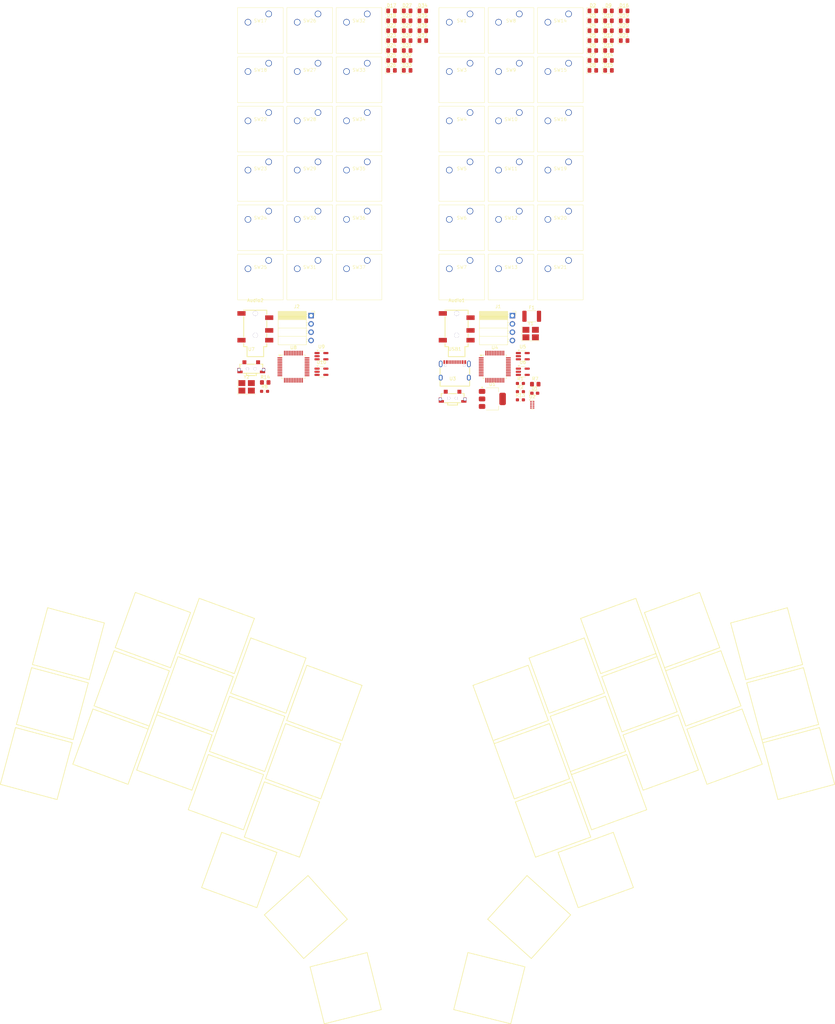
<source format=kicad_pcb>
(kicad_pcb (version 20240108) (generator "pcbnew") (generator_version "8.0")
  (layers (0 "F.Cu" signal) (31 "B.Cu" signal) (34 "B.Paste" user) (35 "F.Paste" user) (36 "B.SilkS" user "B.Silkscreen") (37 "F.SilkS" user "F.Silkscreen") (38 "B.Mask" user) (39 "F.Mask" user) (44 "Edge.Cuts" user))
  (net 0 "")
  (net 1 "Net-(Audio1-Pad4)")
  (net 2 "Net-(Audio1-Pad2)")
  (net 3 "+3V3")
  (net 4 "Net-(Audio1-Pad3)")
  (net 5 "Net-(Audio2-Pad2)")
  (net 6 "Net-(Audio2-Pad3)")
  (net 7 "Net-(Audio2-Pad4)")
  (net 8 "GND")
  (net 9 "/KBD_L/VBUS")
  (net 10 "/KBD_L/MatrixL/KB_ROW_0")
  (net 11 "Net-(D2-A)")
  (net 12 "Net-(D3-A)")
  (net 13 "Net-(D4-A)")
  (net 14 "Net-(D5-A)")
  (net 15 "Net-(D6-A)")
  (net 16 "Net-(D7-A)")
  (net 17 "/KBD_L/MatrixL/KB_ROW_1")
  (net 18 "Net-(D8-A)")
  (net 19 "Net-(D9-A)")
  (net 20 "Net-(D10-A)")
  (net 21 "Net-(D11-A)")
  (net 22 "Net-(D12-A)")
  (net 23 "/KBD_L/MatrixL/KB_ROW_2")
  (net 24 "Net-(D13-A)")
  (net 25 "Net-(D14-A)")
  (net 26 "Net-(D15-A)")
  (net 27 "Net-(D16-A)")
  (net 28 "Net-(D17-A)")
  (net 29 "/KBD_R/MatrixR/KB_ROW_4")
  (net 30 "Net-(D18-A)")
  (net 31 "/KBD_R/MatrixR/KB_COL_5")
  (net 32 "Net-(D19-A)")
  (net 33 "/KBD_L/MatrixL/KB_ROW_3")
  (net 34 "Net-(D20-A)")
  (net 35 "Net-(D21-A)")
  (net 36 "Net-(D22-A)")
  (net 37 "/KBD_R/MatrixR/KB_COL_6")
  (net 38 "Net-(D23-A)")
  (net 39 "Net-(D24-A)")
  (net 40 "Net-(D25-A)")
  (net 41 "Net-(D26-A)")
  (net 42 "Net-(D27-A)")
  (net 43 "Net-(D28-A)")
  (net 44 "Net-(D29-A)")
  (net 45 "/KBD_R/MatrixR/KB_COL_7")
  (net 46 "Net-(D30-A)")
  (net 47 "Net-(D31-A)")
  (net 48 "Net-(D32-A)")
  (net 49 "Net-(D33-A)")
  (net 50 "Net-(D34-A)")
  (net 51 "Net-(D35-A)")
  (net 52 "Net-(D36-A)")
  (net 53 "Net-(D37-A)")
  (net 54 "Net-(U1-VI)")
  (net 55 "Net-(J1-Pin_4)")
  (net 56 "Net-(J1-Pin_3)")
  (net 57 "Net-(J2-Pin_4)")
  (net 58 "Net-(J2-Pin_3)")
  (net 59 "Net-(USB1-CC1)")
  (net 60 "Net-(U4-NRST)")
  (net 61 "Net-(U8-NRST)")
  (net 62 "Net-(USB1-CC2)")
  (net 63 "/KBD_L/MatrixL/KB_COL_0")
  (net 64 "/KBD_L/MatrixL/KB_COL_1")
  (net 65 "/KBD_L/MatrixL/KB_COL_2")
  (net 66 "/KBD_L/MatrixL/KB_COL_3")
  (net 67 "/KBD_L/MatrixL/KB_COL_4")
  (net 68 "/KBD_R/MatrixR/KB_COL_0")
  (net 69 "/KBD_R/MatrixR/KB_COL_1")
  (net 70 "/KBD_R/MatrixR/KB_COL_2")
  (net 71 "/KBD_R/MatrixR/KB_COL_3")
  (net 72 "/KBD_R/MatrixR/KB_COL_4")
  (net 78 "/KBD_L/D-")
  (net 80 "/KBD_L/D+")
  (net 90 "/KBD_L/UART_TX")
  (net 91 "/KBD_L/OLED_SDA")
  (net 93 "/KBD_L/OLED_SCL")
  (net 98 "/KBD_L/UART_RX")
  (net 107 "/KBD_L/SWDIO")
  (net 109 "Net-(U4-BOOT0)")
  (net 110 "/KBD_L/SWCLK")
  (net 114 "Net-(U4-PD1)")
  (net 118 "Net-(U4-PD0)")
  (net 126 "/KBD_R/OLED_SCL")
  (net 129 "Net-(U8-BOOT0)")
  (net 136 "Net-(U8-PD0)")
  (net 139 "/KBD_R/UART_TX")
  (net 145 "/KBD_R/SWCLK")
  (net 146 "Net-(U8-PD1)")
  (net 148 "/KBD_R/OLED_SDA")
  (net 152 "/KBD_R/UART_RX")
  (net 155 "/KBD_R/SWDIO")
  (footprint "Crystal:Crystal_SMD_3225-4Pin_3.2x2.5mm_HandSoldering" (layer "F.Cu") (at 179.393 -26.389)
    (property "Reference" "Y1" (at 0 -3.05 0) (layer "F.SilkS"))
    (property "Value" "Crystal_GND24")
    (pad "1" smd rect (at -1.45 1.15) (size 2.1 1.8) (layers "F.Cu" "F.Paste" "F.Mask") (net 114 "Net-(U4-PD1)"))
    (pad "2" smd rect (at 1.45 1.15) (size 2.1 1.8) (layers "F.Cu" "F.Paste" "F.Mask") (net 8 "GND"))
    (pad "3" smd rect (at 1.45 -1.15) (size 2.1 1.8) (layers "F.Cu" "F.Paste" "F.Mask") (net 118 "Net-(U4-PD0)"))
    (pad "4" smd rect (at -1.45 -1.15) (size 2.1 1.8) (layers "F.Cu" "F.Paste" "F.Mask") (net 8 "GND"))
  )
  (footprint "Diode_SMD:D_0805_2012Metric_Pad1.15x1.40mm_HandSolder" (layer "F.Cu") (at 146.348 -122.204)
    (property "Reference" "D35" (at 0 -1.65 0) (layer "F.SilkS"))
    (property "Value" "CD4148W")
    (pad "1" smd roundrect (at -1.025 0) (size 1.15 1.4) (layers "F.Cu" "F.Paste" "F.Mask") (roundrect_rratio 0.217391) (net 31 "/KBD_R/MatrixR/KB_COL_5"))
    (pad "2" smd roundrect (at 1.025 0) (size 1.15 1.4) (layers "F.Cu" "F.Paste" "F.Mask") (roundrect_rratio 0.217391) (net 51 "Net-(D35-A)"))
  )
  (footprint "personal:Gateron_Milky_Yellow" (layer "F.Cu") (at 126.788 -119.214)
    (property "Reference" "SW32" (at 0 -3 0) (layer "F.SilkS") (effects (font (thickness 0.1))))
    (property "Value" "SW_Push")
    (pad "" np_thru_hole circle (at 0 0) (size 4.15 4.15) (drill 4.15) (layers "F&B.Cu" "*.Mask"))
    (pad "1" thru_hole circle (at -3.81 -2.54) (size 2 2) (drill 1.6) (layers "*.Cu" "*.Mask") (net 71 "/KBD_R/MatrixR/KB_COL_3"))
    (pad "2" thru_hole circle (at 2.54 -5.08) (size 2 2) (drill 1.6) (layers "*.Cu" "*.Mask") (net 48 "Net-(D32-A)"))
  )
  (footprint "Diode_SMD:D_0805_2012Metric_Pad1.15x1.40mm_HandSolder" (layer "F.Cu") (at 141.553 -122.204)
    (property "Reference" "D28" (at 0 -1.65 0) (layer "F.SilkS"))
    (property "Value" "CD4148W")
    (pad "1" smd roundrect (at -1.025 0) (size 1.15 1.4) (layers "F.Cu" "F.Paste" "F.Mask") (roundrect_rratio 0.217391) (net 37 "/KBD_R/MatrixR/KB_COL_6"))
    (pad "2" smd roundrect (at 1.025 0) (size 1.15 1.4) (layers "F.Cu" "F.Paste" "F.Mask") (roundrect_rratio 0.217391) (net 43 "Net-(D28-A)"))
  )
  (footprint "personal:Gateron_Milky_Yellow" (layer "F.Cu") (at 111.688 -89.014)
    (property "Reference" "SW28" (at 0 -3 0) (layer "F.SilkS") (effects (font (thickness 0.1))))
    (property "Value" "SW_Push")
    (pad "" np_thru_hole circle (at 0 0) (size 4.15 4.15) (drill 4.15) (layers "F&B.Cu" "*.Mask"))
    (pad "1" thru_hole circle (at -3.81 -2.54) (size 2 2) (drill 1.6) (layers "*.Cu" "*.Mask") (net 70 "/KBD_R/MatrixR/KB_COL_2"))
    (pad "2" thru_hole circle (at 2.54 -5.08) (size 2 2) (drill 1.6) (layers "*.Cu" "*.Mask") (net 43 "Net-(D28-A)"))
  )
  (footprint "Resistor_SMD:R_0603_1608Metric_Pad0.98x0.95mm_HandSolder" (layer "F.Cu") (at 176.243 -6.089)
    (property "Reference" "R13" (at 0 -1.43 0) (layer "F.SilkS"))
    (property "Value" "5.1 kohm")
    (pad "1" smd roundrect (at -0.9125 0) (size 0.975 0.95) (layers "F.Cu" "F.Paste" "F.Mask") (net 62 "Net-(USB1-CC2)"))
    (pad "2" smd roundrect (at 0.9125 0) (size 0.975 0.95) (layers "F.Cu" "F.Paste" "F.Mask") (net 8 "GND"))
  )
  (footprint "Diode_SMD:D_0805_2012Metric_Pad1.15x1.40mm_HandSolder" (layer "F.Cu") (at 141.553 -107.004)
    (property "Reference" "D33" (at 0 -1.65 0) (layer "F.SilkS"))
    (property "Value" "CD4148W")
    (pad "1" smd roundrect (at -1.025 0) (size 1.15 1.4) (layers "F.Cu" "F.Paste" "F.Mask") (roundrect_rratio 0.217391) (net 45 "/KBD_R/MatrixR/KB_COL_7"))
    (pad "2" smd roundrect (at 1.025 0) (size 1.15 1.4) (layers "F.Cu" "F.Paste" "F.Mask") (roundrect_rratio 0.217391) (net 49 "Net-(D33-A)"))
  )
  (footprint "personal:Gateron_Milky_Yellow" (layer "F.Cu") (at 173.368 -89.014)
    (property "Reference" "SW10" (at 0 -3 0) (layer "F.SilkS") (effects (font (thickness 0.1))))
    (property "Value" "SW_Push")
    (pad "" np_thru_hole circle (at 0 0) (size 4.15 4.15) (drill 4.15) (layers "F&B.Cu" "*.Mask"))
    (pad "1" thru_hole circle (at -3.81 -2.54) (size 2 2) (drill 1.6) (layers "*.Cu" "*.Mask") (net 66 "/KBD_L/MatrixL/KB_COL_3"))
    (pad "2" thru_hole circle (at 2.54 -5.08) (size 2 2) (drill 1.6) (layers "*.Cu" "*.Mask") (net 20 "Net-(D10-A)"))
  )
  (footprint "personal:Gateron_Milky_Yellow" (layer "F.Cu") (at 111.688 -58.814)
    (property "Reference" "SW30" (at 0 -3 0) (layer "F.SilkS") (effects (font (thickness 0.1))))
    (property "Value" "SW_Push")
    (pad "" np_thru_hole circle (at 0 0) (size 4.15 4.15) (drill 4.15) (layers "F&B.Cu" "*.Mask"))
    (pad "1" thru_hole circle (at -3.81 -2.54) (size 2 2) (drill 1.6) (layers "*.Cu" "*.Mask") (net 71 "/KBD_R/MatrixR/KB_COL_3"))
    (pad "2" thru_hole circle (at 2.54 -5.08) (size 2 2) (drill 1.6) (layers "*.Cu" "*.Mask") (net 46 "Net-(D30-A)"))
  )
  (footprint "Package_TO_SOT_SMD:SOT-23-5_HandSoldering" (layer "F.Cu") (at 115.293 -19.464)
    (property "Reference" "U9" (at 0 -2.9 0) (layer "F.SilkS"))
    (property "Value" "SN74LVC1G125DBV")
    (pad "1" smd roundrect (at -1.35 -0.95) (size 1.56 0.65) (layers "F.Cu" "F.Paste" "F.Mask") (net 8 "GND"))
    (pad "2" smd roundrect (at -1.35 0) (size 1.56 0.65) (layers "F.Cu" "F.Paste" "F.Mask") (net 6 "Net-(Audio2-Pad3)"))
    (pad "3" smd roundrect (at -1.35 0.95) (size 1.56 0.65) (layers "F.Cu" "F.Paste" "F.Mask") (net 8 "GND"))
    (pad "4" smd roundrect (at 1.35 0.95) (size 1.56 0.65) (layers "F.Cu" "F.Paste" "F.Mask") (net 152 "/KBD_R/UART_RX"))
    (pad "5" smd roundrect (at 1.35 -0.95) (size 1.56 0.65) (layers "F.Cu" "F.Paste" "F.Mask") (net 3 "+3V3"))
  )
  (footprint "personal:Gateron_Milky_Yellow" (layer "F.Cu") (at 96.588 -73.914)
    (property "Reference" "SW23" (at 0 -3 0) (layer "F.SilkS") (effects (font (thickness 0.1))))
    (property "Value" "SW_Push")
    (pad "" np_thru_hole circle (at 0 0) (size 4.15 4.15) (drill 4.15) (layers "F&B.Cu" "*.Mask"))
    (pad "1" thru_hole circle (at -3.81 -2.54) (size 2 2) (drill 1.6) (layers "*.Cu" "*.Mask") (net 69 "/KBD_R/MatrixR/KB_COL_1"))
    (pad "2" thru_hole circle (at 2.54 -5.08) (size 2 2) (drill 1.6) (layers "*.Cu" "*.Mask") (net 38 "Net-(D23-A)"))
  )
  (footprint "Diode_SMD:D_0805_2012Metric_Pad1.15x1.40mm_HandSolder" (layer "F.Cu") (at 136.758 -113.084)
    (property "Reference" "D24" (at 0 -1.65 0) (layer "F.SilkS"))
    (property "Value" "CD4148W")
    (pad "1" smd roundrect (at -1.025 0) (size 1.15 1.4) (layers "F.Cu" "F.Paste" "F.Mask") (roundrect_rratio 0.217391) (net 31 "/KBD_R/MatrixR/KB_COL_5"))
    (pad "2" smd roundrect (at 1.025 0) (size 1.15 1.4) (layers "F.Cu" "F.Paste" "F.Mask") (roundrect_rratio 0.217391) (net 39 "Net-(D24-A)"))
  )
  (footprint "Diode_SMD:D_0805_2012Metric_Pad1.15x1.40mm_HandSolder" (layer "F.Cu") (at 198.438 -119.164)
    (property "Reference" "D4" (at 0 -1.65 0) (layer "F.SilkS"))
    (property "Value" "CD4148W")
    (pad "1" smd roundrect (at -1.025 0) (size 1.15 1.4) (layers "F.Cu" "F.Paste" "F.Mask") (roundrect_rratio 0.217391) (net 10 "/KBD_L/MatrixL/KB_ROW_0"))
    (pad "2" smd roundrect (at 1.025 0) (size 1.15 1.4) (layers "F.Cu" "F.Paste" "F.Mask") (roundrect_rratio 0.217391) (net 13 "Net-(D4-A)"))
  )
  (footprint "Diode_SMD:D_0805_2012Metric_Pad1.15x1.40mm_HandSolder" (layer "F.Cu") (at 146.348 -116.124)
    (property "Reference" "D37" (at 0 -1.65 0) (layer "F.SilkS"))
    (property "Value" "CD4148W")
    (pad "1" smd roundrect (at -1.025 0) (size 1.15 1.4) (layers "F.Cu" "F.Paste" "F.Mask") (roundrect_rratio 0.217391) (net 45 "/KBD_R/MatrixR/KB_COL_7"))
    (pad "2" smd roundrect (at 1.025 0) (size 1.15 1.4) (layers "F.Cu" "F.Paste" "F.Mask") (roundrect_rratio 0.217391) (net 53 "Net-(D37-A)"))
  )
  (footprint "Diode_SMD:D_0805_2012Metric_Pad1.15x1.40mm_HandSolder" (layer "F.Cu") (at 203.233 -125.244)
    (property "Reference" "D9" (at 0 -1.65 0) (layer "F.SilkS"))
    (property "Value" "CD4148W")
    (pad "1" smd roundrect (at -1.025 0) (size 1.15 1.4) (layers "F.Cu" "F.Paste" "F.Mask") (roundrect_rratio 0.217391) (net 17 "/KBD_L/MatrixL/KB_ROW_1"))
    (pad "2" smd roundrect (at 1.025 0) (size 1.15 1.4) (layers "F.Cu" "F.Paste" "F.Mask") (roundrect_rratio 0.217391) (net 19 "Net-(D9-A)"))
  )
  (footprint "Diode_SMD:D_0805_2012Metric_Pad1.15x1.40mm_HandSolder" (layer "F.Cu") (at 203.233 -107.004)
    (property "Reference" "D15" (at 0 -1.65 0) (layer "F.SilkS"))
    (property "Value" "CD4148W")
    (pad "1" smd roundrect (at -1.025 0) (size 1.15 1.4) (layers "F.Cu" "F.Paste" "F.Mask") (roundrect_rratio 0.217391) (net 23 "/KBD_L/MatrixL/KB_ROW_2"))
    (pad "2" smd roundrect (at 1.025 0) (size 1.15 1.4) (layers "F.Cu" "F.Paste" "F.Mask") (roundrect_rratio 0.217391) (net 26 "Net-(D15-A)"))
  )
  (footprint "personal:Gateron_Milky_Yellow" (layer "F.Cu") (at 173.368 -73.914)
    (property "Reference" "SW11" (at 0 -3 0) (layer "F.SilkS") (effects (font (thickness 0.1))))
    (property "Value" "SW_Push")
    (pad "" np_thru_hole circle (at 0 0) (size 4.15 4.15) (drill 4.15) (layers "F&B.Cu" "*.Mask"))
    (pad "1" thru_hole circle (at -3.81 -2.54) (size 2 2) (drill 1.6) (layers "*.Cu" "*.Mask") (net 67 "/KBD_L/MatrixL/KB_COL_4"))
    (pad "2" thru_hole circle (at 2.54 -5.08) (size 2 2) (drill 1.6) (layers "*.Cu" "*.Mask") (net 21 "Net-(D11-A)"))
  )
  (footprint "personal:Gateron_Milky_Yellow" (layer "F.Cu") (at 111.688 -119.214)
    (property "Reference" "SW26" (at 0 -3 0) (layer "F.SilkS") (effects (font (thickness 0.1))))
    (property "Value" "SW_Push")
    (pad "" np_thru_hole circle (at 0 0) (size 4.15 4.15) (drill 4.15) (layers "F&B.Cu" "*.Mask"))
    (pad "1" thru_hole circle (at -3.81 -2.54) (size 2 2) (drill 1.6) (layers "*.Cu" "*.Mask") (net 70 "/KBD_R/MatrixR/KB_COL_2"))
    (pad "2" thru_hole circle (at 2.54 -5.08) (size 2 2) (drill 1.6) (layers "*.Cu" "*.Mask") (net 41 "Net-(D26-A)"))
  )
  (footprint "easyeda2kicad:SW-SMD_YIYUAN_YTS1C003XXX" (layer "F.Cu") (at 155.488 -7.294)
    (property "Reference" "U3" (at 0 -5.28 0) (layer "F.SilkS"))
    (property "Value" "YTS1C0033BBG01")
    (pad "" thru_hole circle (at -1.18 0.72) (size 0.9 0.9) (drill 0.9) (layers "*.Cu" "*.Mask"))
    (pad "" thru_hole circle (at 1.12 0.72) (size 0.9 0.9) (drill 0.9) (layers "*.Cu" "*.Mask"))
    (pad "1" smd rect (at -2.12 -1.28 180) (size 1.2 1.2) (layers "F.Cu" "F.Paste" "F.Mask") (net 8 "GND"))
    (pad "2" smd rect (at 2.07 -1.28 180) (size 1.2 1.2) (layers "F.Cu" "F.Paste" "F.Mask") (net 60 "Net-(U4-NRST)"))
    (pad "3" smd custom (at 3.43 1.28) (size 0.01 0.01) (layers "F.Cu" "F.Paste" "F.Mask") (net 8 "GND") (options (clearance outline) (anchor circle)) (primitives (gr_poly (pts (xy 0.75 0.75) (xy 0.75 -0.75) (xy -0.05 -0.75) (xy -0.05 0.05) (xy -0.75 0.05) (xy -0.75 0.75) (xy -0.05 0.75) (xy 0.75 0.75)) (width 0.1) (fill yes))))
    (pad "3" thru_hole circle (at 3.75 1.03 180) (size 1 1) (drill 0.799998) (layers "*.Cu" "*.Mask") (net 8 "GND"))
    (pad "4" thru_hole circle (at -3.75 1.03 180) (size 1 1) (drill 0.799998) (layers "*.Cu" "*.Mask") (net 8 "GND"))
    (pad "4" smd custom (at -3.47 1.28) (size 0.01 0.01) (layers "F.Cu" "F.Paste" "F.Mask") (net 8 "GND") (options (clearance outline) (anchor circle)) (primitives (gr_poly (pts (xy -0.75 0.75) (xy -0.75 -0.75) (xy 0.05 -0.75) (xy 0.05 0.05) (xy 0.75 0.05) (xy 0.75 0.75) (xy 0.05 0.75) (xy -0.75 0.75)) (width 0.1) (fill yes))))
  )
  (footprint "Diode_SMD:D_0805_2012Metric_Pad1.15x1.40mm_HandSolder" (layer "F.Cu") (at 136.758 -122.204)
    (property "Reference" "D18" (at 0 -1.65 0) (layer "F.SilkS"))
    (property "Value" "CD4148W")
    (pad "1" smd roundrect (at -1.025 0) (size 1.15 1.4) (layers "F.Cu" "F.Paste" "F.Mask") (roundrect_rratio 0.217391) (net 31 "/KBD_R/MatrixR/KB_COL_5"))
    (pad "2" smd roundrect (at 1.025 0) (size 1.15 1.4) (layers "F.Cu" "F.Paste" "F.Mask") (roundrect_rratio 0.217391) (net 30 "Net-(D18-A)"))
  )
  (footprint "Diode_SMD:D_0805_2012Metric_Pad1.15x1.40mm_HandSolder" (layer "F.Cu") (at 146.348 -125.244)
    (property "Reference" "D34" (at 0 -1.65 0) (layer "F.SilkS"))
    (property "Value" "CD4148W")
    (pad "1" smd roundrect (at -1.025 0) (size 1.15 1.4) (layers "F.Cu" "F.Paste" "F.Mask") (roundrect_rratio 0.217391) (net 29 "/KBD_R/MatrixR/KB_ROW_4"))
    (pad "2" smd roundrect (at 1.025 0) (size 1.15 1.4) (layers "F.Cu" "F.Paste" "F.Mask") (roundrect_rratio 0.217391) (net 50 "Net-(D34-A)"))
  )
  (footprint "personal:Gateron_Milky_Yellow" (layer "F.Cu") (at 173.368 -58.814)
    (property "Reference" "SW12" (at 0 -3 0) (layer "F.SilkS") (effects (font (thickness 0.1))))
    (property "Value" "SW_Push")
    (pad "" np_thru_hole circle (at 0 0) (size 4.15 4.15) (drill 4.15) (layers "F&B.Cu" "*.Mask"))
    (pad "1" thru_hole circle (at -3.81 -2.54) (size 2 2) (drill 1.6) (layers "*.Cu" "*.Mask") (net 63 "/KBD_L/MatrixL/KB_COL_0"))
    (pad "2" thru_hole circle (at 2.54 -5.08) (size 2 2) (drill 1.6) (layers "*.Cu" "*.Mask") (net 22 "Net-(D12-A)"))
  )
  (footprint "personal:Gateron_Milky_Yellow" (layer "F.Cu") (at 173.368 -43.714)
    (property "Reference" "SW13" (at 0 -3 0) (layer "F.SilkS") (effects (font (thickness 0.1))))
    (property "Value" "SW_Push")
    (pad "" np_thru_hole circle (at 0 0) (size 4.15 4.15) (drill 4.15) (layers "F&B.Cu" "*.Mask"))
    (pad "1" thru_hole circle (at -3.81 -2.54) (size 2 2) (drill 1.6) (layers "*.Cu" "*.Mask") (net 64 "/KBD_L/MatrixL/KB_COL_1"))
    (pad "2" thru_hole circle (at 2.54 -5.08) (size 2 2) (drill 1.6) (layers "*.Cu" "*.Mask") (net 24 "Net-(D13-A)"))
  )
  (footprint "Diode_SMD:D_0805_2012Metric_Pad1.15x1.40mm_HandSolder" (layer "F.Cu") (at 141.553 -125.244)
    (property "Reference" "D27" (at 0 -1.65 0) (layer "F.SilkS"))
    (property "Value" "CD4148W")
    (pad "1" smd roundrect (at -1.025 0) (size 1.15 1.4) (layers "F.Cu" "F.Paste" "F.Mask") (roundrect_rratio 0.217391) (net 31 "/KBD_R/MatrixR/KB_COL_5"))
    (pad "2" smd roundrect (at 1.025 0) (size 1.15 1.4) (layers "F.Cu" "F.Paste" "F.Mask") (roundrect_rratio 0.217391) (net 42 "Net-(D27-A)"))
  )
  (footprint "personal:Gateron_Milky_Yellow" (layer "F.Cu") (at 188.468 -43.714)
    (property "Reference" "SW21" (at 0 -3 0) (layer "F.SilkS") (effects (font (thickness 0.1))))
    (property "Value" "SW_Push")
    (pad "" np_thru_hole circle (at 0 0) (size 4.15 4.15) (drill 4.15) (layers "F&B.Cu" "*.Mask"))
    (pad "1" thru_hole circle (at -3.81 -2.54) (size 2 2) (drill 1.6) (layers "*.Cu" "*.Mask") (net 67 "/KBD_L/MatrixL/KB_COL_4"))
    (pad "2" thru_hole circle (at 2.54 -5.08) (size 2 2) (drill 1.6) (layers "*.Cu" "*.Mask") (net 35 "Net-(D21-A)"))
  )
  (footprint "personal:Gateron_Milky_Yellow" (layer "F.Cu") (at 188.468 -119.214)
    (property "Reference" "SW14" (at 0 -3 0) (layer "F.SilkS") (effects (font (thickness 0.1))))
    (property "Value" "SW_Push")
    (pad "" np_thru_hole circle (at 0 0) (size 4.15 4.15) (drill 4.15) (layers "F&B.Cu" "*.Mask"))
    (pad "1" thru_hole circle (at -3.81 -2.54) (size 2 2) (drill 1.6) (layers "*.Cu" "*.Mask") (net 65 "/KBD_L/MatrixL/KB_COL_2"))
    (pad "2" thru_hole circle (at 2.54 -5.08) (size 2 2) (drill 1.6) (layers "*.Cu" "*.Mask") (net 25 "Net-(D14-A)"))
  )
  (footprint "Diode_SMD:D_0805_2012Metric_Pad1.15x1.40mm_HandSolder" (layer "F.Cu") (at 203.233 -110.044)
    (property "Reference" "D14" (at 0 -1.65 0) (layer "F.SilkS"))
    (property "Value" "CD4148W")
    (pad "1" smd roundrect (at -1.025 0) (size 1.15 1.4) (layers "F.Cu" "F.Paste" "F.Mask") (roundrect_rratio 0.217391) (net 23 "/KBD_L/MatrixL/KB_ROW_2"))
    (pad "2" smd roundrect (at 1.025 0) (size 1.15 1.4) (layers "F.Cu" "F.Paste" "F.Mask") (roundrect_rratio 0.217391) (net 25 "Net-(D14-A)"))
  )
  (footprint "easyeda2kicad:AUDIO-SMD_PJ-327E-SMT" (layer "F.Cu") (at 156.718 -28.459)
    (property "Reference" "Audio1" (at 0 -8.1 0) (layer "F.SilkS"))
    (property "Value" "PJ-327E-SMT")
    (pad "" thru_hole circle (at 0 -4.1) (size 1.5 1.5) (drill 1.5) (layers "*.Cu" "*.Mask"))
    (pad "" thru_hole circle (at 0 2.6) (size 1.5 1.5) (drill 1.5) (layers "*.Cu" "*.Mask"))
    (pad "1" smd rect (at -4.25 -4.1 90) (size 1.4 2.5) (layers "F.Cu" "F.Paste" "F.Mask") (net 3 "+3V3"))
    (pad "2" smd rect (at 4.25 4.1 90) (size 1.4 2.5) (layers "F.Cu" "F.Paste" "F.Mask") (net 2 "Net-(Audio1-Pad2)"))
    (pad "3" smd rect (at 4.25 1.1 90) (size 1.4 2.5) (layers "F.Cu" "F.Paste" "F.Mask") (net 4 "Net-(Audio1-Pad3)"))
    (pad "4" smd rect (at 4.25 -2.8 90) (size 1.4 2.5) (layers "F.Cu" "F.Paste" "F.Mask") (net 1 "Net-(Audio1-Pad4)"))
    (pad "5" smd rect (at -4.25 4.1 90) (size 1.4 2.5) (layers "F.Cu" "F.Paste" "F.Mask") (net 2 "Net-(Audio1-Pad2)"))
  )
  (footprint "personal:Gateron_Milky_Yellow" (layer "F.Cu") (at 126.788 -104.114)
    (property "Reference" "SW33" (at 0 -3 0) (layer "F.SilkS") (effects (font (thickness 0.1))))
    (property "Value" "SW_Push")
    (pad "" np_thru_hole circle (at 0 0) (size 4.15 4.15) (drill 4.15) (layers "F&B.Cu" "*.Mask"))
    (pad "1" thru_hole circle (at -3.81 -2.54) (size 2 2) (drill 1.6) (layers "*.Cu" "*.Mask") (net 69 "/KBD_R/MatrixR/KB_COL_1"))
    (pad "2" thru_hole circle (at 2.54 -5.08) (size 2 2) (drill 1.6) (layers "*.Cu" "*.Mask") (net 49 "Net-(D33-A)"))
  )
  (footprint "Diode_SMD:D_0805_2012Metric_Pad1.15x1.40mm_HandSolder" (layer "F.Cu") (at 198.438 -110.044)
    (property "Reference" "D7" (at 0 -1.65 0) (layer "F.SilkS"))
    (property "Value" "CD4148W")
    (pad "1" smd roundrect (at -1.025 0) (size 1.15 1.4) (layers "F.Cu" "F.Paste" "F.Mask") (roundrect_rratio 0.217391) (net 17 "/KBD_L/MatrixL/KB_ROW_1"))
    (pad "2" smd roundrect (at 1.025 0) (size 1.15 1.4) (layers "F.Cu" "F.Paste" "F.Mask") (roundrect_rratio 0.217391) (net 16 "Net-(D7-A)"))
  )
  (footprint "Diode_SMD:D_0805_2012Metric_Pad1.15x1.40mm_HandSolder" (layer "F.Cu") (at 203.233 -113.084)
    (property "Reference" "D13" (at 0 -1.65 0) (layer "F.SilkS"))
    (property "Value" "CD4148W")
    (pad "1" smd roundrect (at -1.025 0) (size 1.15 1.4) (layers "F.Cu" "F.Paste" "F.Mask") (roundrect_rratio 0.217391) (net 23 "/KBD_L/MatrixL/KB_ROW_2"))
    (pad "2" smd roundrect (at 1.025 0) (size 1.15 1.4) (layers "F.Cu" "F.Paste" "F.Mask") (roundrect_rratio 0.217391) (net 24 "Net-(D13-A)"))
  )
  (footprint "Diode_SMD:D_0805_2012Metric_Pad1.15x1.40mm_HandSolder" (layer "F.Cu") (at 203.233 -122.204)
    (property "Reference" "D10" (at 0 -1.65 0) (layer "F.SilkS"))
    (property "Value" "CD4148W")
    (pad "1" smd roundrect (at -1.025 0) (size 1.15 1.4) (layers "F.Cu" "F.Paste" "F.Mask") (roundrect_rratio 0.217391) (net 17 "/KBD_L/MatrixL/KB_ROW_1"))
    (pad "2" smd roundrect (at 1.025 0) (size 1.15 1.4) (layers "F.Cu" "F.Paste" "F.Mask") (roundrect_rratio 0.217391) (net 20 "Net-(D10-A)"))
  )
  (footprint "Package_TO_SOT_SMD:SOT-23-5_HandSoldering" (layer "F.Cu") (at 176.973 -14.689)
    (property "Reference" "U6" (at 0 -2.9 0) (layer "F.SilkS"))
    (property "Value" "SN74LVC1G125DBV")
    (pad "1" smd roundrect (at -1.35 -0.95) (size 1.56 0.65) (layers "F.Cu" "F.Paste" "F.Mask") (net 8 "GND"))
    (pad "2" smd roundrect (at -1.35 0) (size 1.56 0.65) (layers "F.Cu" "F.Paste" "F.Mask") (net 1 "Net-(Audio1-Pad4)"))
    (pad "3" smd roundrect (at -1.35 0.95) (size 1.56 0.65) (layers "F.Cu" "F.Paste" "F.Mask") (net 8 "GND"))
    (pad "4" smd roundrect (at 1.35 0.95) (size 1.56 0.65) (layers "F.Cu" "F.Paste" "F.Mask") (net 98 "/KBD_L/UART_RX"))
    (pad "5" smd roundrect (at 1.35 -0.95) (size 1.56 0.65) (layers "F.Cu" "F.Paste" "F.Mask") (net 3 "+3V3"))
  )
  (footprint "Package_TO_SOT_SMD:SOT-23-5_HandSoldering" (layer "F.Cu") (at 176.973 -19.464)
    (property "Reference" "U5" (at 0 -2.9 0) (layer "F.SilkS"))
    (property "Value" "SN74LVC1G125DBV")
    (pad "1" smd roundrect (at -1.35 -0.95) (size 1.56 0.65) (layers "F.Cu" "F.Paste" "F.Mask") (net 8 "GND"))
    (pad "2" smd roundrect (at -1.35 0) (size 1.56 0.65) (layers "F.Cu" "F.Paste" "F.Mask") (net 90 "/KBD_L/UART_TX"))
    (pad "3" smd roundrect (at -1.35 0.95) (size 1.56 0.65) (layers "F.Cu" "F.Paste" "F.Mask") (net 8 "GND"))
    (pad "4" smd roundrect (at 1.35 0.95) (size 1.56 0.65) (layers "F.Cu" "F.Paste" "F.Mask") (net 4 "Net-(Audio1-Pad3)"))
    (pad "5" smd roundrect (at 1.35 -0.95) (size 1.56 0.65) (layers "F.Cu" "F.Paste" "F.Mask") (net 3 "+3V3"))
  )
  (footprint "easyeda2kicad:AUDIO-SMD_PJ-327E-SMT" (layer "F.Cu") (at 95.038 -28.459)
    (property "Reference" "Audio2" (at 0 -8.1 0) (layer "F.SilkS"))
    (property "Value" "PJ-327E-SMT")
    (pad "" thru_hole circle (at 0 -4.1) (size 1.5 1.5) (drill 1.5) (layers "*.Cu" "*.Mask"))
    (pad "" thru_hole circle (at 0 2.6) (size 1.5 1.5) (drill 1.5) (layers "*.Cu" "*.Mask"))
    (pad "1" smd rect (at -4.25 -4.1 90) (size 1.4 2.5) (layers "F.Cu" "F.Paste" "F.Mask") (net 3 "+3V3"))
    (pad "2" smd rect (at 4.25 4.1 90) (size 1.4 2.5) (layers "F.Cu" "F.Paste" "F.Mask") (net 5 "Net-(Audio2-Pad2)"))
    (pad "3" smd rect (at 4.25 1.1 90) (size 1.4 2.5) (layers "F.Cu" "F.Paste" "F.Mask") (net 6 "Net-(Audio2-Pad3)"))
    (pad "4" smd rect (at 4.25 -2.8 90) (size 1.4 2.5) (layers "F.Cu" "F.Paste" "F.Mask") (net 7 "Net-(Audio2-Pad4)"))
    (pad "5" smd rect (at -4.25 4.1 90) (size 1.4 2.5) (layers "F.Cu" "F.Paste" "F.Mask") (net 5 "Net-(Audio2-Pad2)"))
  )
  (footprint "Package_QFP:LQFP-48_7x7mm_P0.5mm" (layer "F.Cu") (at 168.393 -16.239)
    (property "Reference" "U4" (at 0 -5.85 0) (layer "F.SilkS"))
    (property "Value" "STM32F103C8Tx")
    (pad "1" smd roundrect (at -4.1625 -2.75) (size 1.475 0.3) (layers "F.Cu" "F.Paste" "F.Mask") (net 3 "+3V3"))
    (pad "2" smd roundrect (at -4.1625 -2.25) (size 1.475 0.3) (layers "F.Cu" "F.Paste" "F.Mask"))
    (pad "3" smd roundrect (at -4.1625 -1.75) (size 1.475 0.3) (layers "F.Cu" "F.Paste" "F.Mask"))
    (pad "4" smd roundrect (at -4.1625 -1.25) (size 1.475 0.3) (layers "F.Cu" "F.Paste" "F.Mask"))
    (pad "5" smd roundrect (at -4.1625 -0.75) (size 1.475 0.3) (layers "F.Cu" "F.Paste" "F.Mask") (net 118 "Net-(U4-PD0)"))
    (pad "6" smd roundrect (at -4.1625 -0.25) (size 1.475 0.3) (layers "F.Cu" "F.Paste" "F.Mask") (net 114 "Net-(U4-PD1)"))
    (pad "7" smd roundrect (at -4.1625 0.25) (size 1.475 0.3) (layers "F.Cu" "F.Paste" "F.Mask") (net 60 "Net-(U4-NRST)"))
    (pad "8" smd roundrect (at -4.1625 0.75) (size 1.475 0.3) (layers "F.Cu" "F.Paste" "F.Mask") (net 8 "GND"))
    (pad "9" smd roundrect (at -4.1625 1.25) (size 1.475 0.3) (layers "F.Cu" "F.Paste" "F.Mask") (net 3 "+3V3"))
    (pad "10" smd roundrect (at -4.1625 1.75) (size 1.475 0.3) (layers "F.Cu" "F.Paste" "F.Mask"))
    (pad "11" smd roundrect (at -4.1625 2.25) (size 1.475 0.3) (layers "F.Cu" "F.Paste" "F.Mask"))
    (pad "12" smd roundrect (at -4.1625 2.75) (size 1.475 0.3) (layers "F.Cu" "F.Paste" "F.Mask"))
    (pad "13" smd roundrect (at -2.75 4.1625) (size 0.3 1.475) (layers "F.Cu" "F.Paste" "F.Mask"))
    (pad "14" smd roundrect (at -2.25 4.1625) (size 0.3 1.475) (layers "F.Cu" "F.Paste" "F.Mask"))
    (pad "15" smd roundrect (at -1.75 4.1625) (size 0.3 1.475) (layers "F.Cu" "F.Paste" "F.Mask"))
    (pad "16" smd roundrect (at -1.25 4.1625) (size 0.3 1.475) (layers "F.Cu" "F.Paste" "F.Mask"))
    (pad "17" smd roundrect (at -0.75 4.1625) (size 0.3 1.475) (layers "F.Cu" "F.Paste" "F.Mask"))
    (pad "18" smd roundrect (at -0.25 4.1625) (size 0.3 1.475) (layers "F.Cu" "F.Paste" "F.Mask"))
    (pad "19" smd roundrect (at 0.25 4.1625) (size 0.3 1.475) (layers "F.Cu" "F.Paste" "F.Mask"))
    (pad "20" smd roundrect (at 0.75 4.1625) (size 0.3 1.475) (layers "F.Cu" "F.Paste" "F.Mask"))
    (pad "21" smd roundrect (at 1.25 4.1625) (size 0.3 1.475) (layers "F.Cu" "F.Paste" "F.Mask"))
    (pad "22" smd roundrect (at 1.75 4.1625) (size 0.3 1.475) (layers "F.Cu" "F.Paste" "F.Mask"))
    (pad "23" smd roundrect (at 2.25 4.1625) (size 0.3 1.475) (layers "F.Cu" "F.Paste" "F.Mask") (net 8 "GND"))
    (pad "24" smd roundrect (at 2.75 4.1625) (size 0.3 1.475) (layers "F.Cu" "F.Paste" "F.Mask") (net 3 "+3V3"))
    (pad "25" smd roundrect (at 4.1625 2.75) (size 1.475 0.3) (layers "F.Cu" "F.Paste" "F.Mask"))
    (pad "26" smd roundrect (at 4.1625 2.25) (size 1.475 0.3) (layers "F.Cu" "F.Paste" "F.Mask"))
    (pad "27" smd roundrect (at 4.1625 1.75) (size 1.475 0.3) (layers "F.Cu" "F.Paste" "F.Mask"))
    (pad "28" smd roundrect (at 4.1625 1.25) (size 1.475 0.3) (layers "F.Cu" "F.Paste" "F.Mask"))
    (pad "29" smd roundrect (at 4.1625 0.75) (size 1.475 0.3) (layers "F.Cu" "F.Paste" "F.Mask"))
    (pad "30" smd roundrect (at 4.1625 0.25) (size 1.475 0.3) (layers "F.Cu" "F.Paste" "F.Mask") (net 90 "/KBD_L/UART_TX"))
    (pad "31" smd roundrect (at 4.1625 -0.25) (size 1.475 0.3) (layers "F.Cu" "F.Paste" "F.Mask") (net 98 "/KBD_L/UART_RX"))
    (pad "32" smd roundrect (at 4.1625 -0.75) (size 1.475 0.3) (layers "F.Cu" "F.Paste" "F.Mask"))
    (pad "33" smd roundrect (at 4.1625 -1.25) (size 1.475 0.3) (layers "F.Cu" "F.Paste" "F.Mask"))
    (pad "34" smd roundrect (at 4.1625 -1.75) (size 1.475 0.3) (layers "F.Cu" "F.Paste" "F.Mask") (net 107 "/KBD_L/SWDIO"))
    (pad "35" smd roundrect (at 4.1625 -2.25) (size 1.475 0.3) (layers "F.Cu" "F.Paste" "F.Mask") (net 8 "GND"))
    (pad "36" smd roundrect (at 4.1625 -2.75) (size 1.475 0.3) (layers "F.Cu" "F.Paste" "F.Mask") (net 3 "+3V3"))
    (pad "37" smd roundrect (at 2.75 -4.1625) (size 0.3 1.475) (layers "F.Cu" "F.Paste" "F.Mask") (net 110 "/KBD_L/SWCLK"))
    (pad "38" smd roundrect (at 2.25 -4.1625) (size 0.3 1.475) (layers "F.Cu" "F.Paste" "F.Mask"))
    (pad "39" smd roundrect (at 1.75 -4.1625) (size 0.3 1.475) (layers "F.Cu" "F.Paste" "F.Mask"))
    (pad "40" smd roundrect (at 1.25 -4.1625) (size 0.3 1.475) (layers "F.Cu" "F.Paste" "F.Mask"))
    (pad "41" smd roundrect (at 0.75 -4.1625) (size 0.3 1.475) (layers "F.Cu" "F.Paste" "F.Mask"))
    (pad "42" smd roundrect (at 0.25 -4.1625) (size 0.3 1.475) (layers "F.Cu" "F.Paste" "F.Mask") (net 93 "/KBD_L/OLED_SCL"))
    (pad "43" smd roundrect (at -0.25 -4.1625) (size 0.3 1.475) (layers "F.Cu" "F.Paste" "F.Mask") (net 91 "/KBD_L/OLED_SDA"))
    (pad "44" smd roundrect (at -0.75 -4.1625) (size 0.3 1.475) (layers "F.Cu" "F.Paste" "F.Mask") (net 109 "Net-(U4-BOOT0)"))
    (pad "45" smd roundrect (at -1.25 -4.1625) (size 0.3 1.475) (layers "F.Cu" "F.Paste" "F.Mask"))
    (pad "46" smd roundrect (at -1.75 -4.1625) (size 0.3 1.475) (layers "F.Cu" "F.Paste" "F.Mask"))
    (pad "47" smd roundrect (at -2.25 -4.1625) (size 0.3 1.475) (layers "F.Cu" "F.Paste" "F.Mask") (net 8 "GND"))
    (pad "48" smd roundrect (at -2.75 -4.1625) (size 0.3 1.475) (layers "F.Cu" "F.Paste" "F.Mask") (net 3 "+3V3"))
  )
  (footprint "personal:Gateron_Milky_Yellow" (layer "F.Cu") (at 158.268 -43.714)
    (property "Reference" "SW7" (at 0 -3 0) (layer "F.SilkS") (effects (font (thickness 0.1))))
    (property "Value" "SW_Push")
    (pad "" np_thru_hole circle (at 0 0) (size 4.15 4.15) (drill 4.15) (layers "F&B.Cu" "*.Mask"))
    (pad "1" thru_hole circle (at -3.81 -2.54) (size 2 2) (drill 1.6) (layers "*.Cu" "*.Mask") (net 63 "/KBD_L/MatrixL/KB_COL_0"))
    (pad "2" thru_hole circle (at 2.54 -5.08) (size 2 2) (drill 1.6) (layers "*.Cu" "*.Mask") (net 16 "Net-(D7-A)"))
  )
  (footprint "personal:Gateron_Milky_Yellow" (layer "F.Cu") (at 96.588 -89.014)
    (property "Reference" "SW22" (at 0 -3 0) (layer "F.SilkS") (effects (font (thickness 0.1))))
    (property "Value" "SW_Push")
    (pad "" np_thru_hole circle (at 0 0) (size 4.15 4.15) (drill 4.15) (layers "F&B.Cu" "*.Mask"))
    (pad "1" thru_hole circle (at -3.81 -2.54) (size 2 2) (drill 1.6) (layers "*.Cu" "*.Mask") (net 68 "/KBD_R/MatrixR/KB_COL_0"))
    (pad "2" thru_hole circle (at 2.54 -5.08) (size 2 2) (drill 1.6) (layers "*.Cu" "*.Mask") (net 36 "Net-(D22-A)"))
  )
  (footprint "personal:Gateron_Milky_Yellow" (layer "F.Cu") (at 96.588 -43.714)
    (property "Reference" "SW25" (at 0 -3 0) (layer "F.SilkS") (effects (font (thickness 0.1))))
    (property "Value" "SW_Push")
    (pad "" np_thru_hole circle (at 0 0) (size 4.15 4.15) (drill 4.15) (layers "F&B.Cu" "*.Mask"))
    (pad "1" thru_hole circle (at -3.81 -2.54) (size 2 2) (drill 1.6) (layers "*.Cu" "*.Mask") (net 69 "/KBD_R/MatrixR/KB_COL_1"))
    (pad "2" thru_hole circle (at 2.54 -5.08) (size 2 2) (drill 1.6) (layers "*.Cu" "*.Mask") (net 40 "Net-(D25-A)"))
  )
  (footprint "personal:Gateron_Milky_Yellow" (layer "F.Cu") (at 188.468 -58.814)
    (property "Reference" "SW20" (at 0 -3 0) (layer "F.SilkS") (effects (font (thickness 0.1))))
    (property "Value" "SW_Push")
    (pad "" np_thru_hole circle (at 0 0) (size 4.15 4.15) (drill 4.15) (layers "F&B.Cu" "*.Mask"))
    (pad "1" thru_hole circle (at -3.81 -2.54) (size 2 2) (drill 1.6) (layers "*.Cu" "*.Mask") (net 66 "/KBD_L/MatrixL/KB_COL_3"))
    (pad "2" thru_hole circle (at 2.54 -5.08) (size 2 2) (drill 1.6) (layers "*.Cu" "*.Mask") (net 34 "Net-(D20-A)"))
  )
  (footprint "Diode_SMD:D_0805_2012Metric_Pad1.15x1.40mm_HandSolder" (layer "F.Cu") (at 198.438 -116.124)
    (property "Reference" "D5" (at 0 -1.65 0) (layer "F.SilkS"))
    (property "Value" "CD4148W")
    (pad "1" smd roundrect (at -1.025 0) (size 1.15 1.4) (layers "F.Cu" "F.Paste" "F.Mask") (roundrect_rratio 0.217391) (net 10 "/KBD_L/MatrixL/KB_ROW_0"))
    (pad "2" smd roundrect (at 1.025 0) (size 1.15 1.4) (layers "F.Cu" "F.Paste" "F.Mask") (roundrect_rratio 0.217391) (net 14 "Net-(D5-A)"))
  )
  (footprint "personal:Gateron_Milky_Yellow" (layer "F.Cu") (at 111.688 -43.714)
    (property "Reference" "SW31" (at 0 -3 0) (layer "F.SilkS") (effects (font (thickness 0.1))))
    (property "Value" "SW_Push")
    (pad "" np_thru_hole circle (at 0 0) (size 4.15 4.15) (drill 4.15) (layers "F&B.Cu" "*.Mask"))
    (pad "1" thru_hole circle (at -3.81 -2.54) (size 2 2) (drill 1.6) (layers "*.Cu" "*.Mask") (net 71 "/KBD_R/MatrixR/KB_COL_3"))
    (pad "2" thru_hole circle (at 2.54 -5.08) (size 2 2) (drill 1.6) (layers "*.Cu" "*.Mask") (net 47 "Net-(D31-A)"))
  )
  (footprint "Diode_SMD:D_0805_2012Metric_Pad1.15x1.40mm_HandSolder" (layer "F.Cu") (at 141.553 -116.124)
    (property "Reference" "D30" (at 0 -1.65 0) (layer "F.SilkS"))
    (property "Value" "CD4148W")
    (pad "1" smd roundrect (at -1.025 0) (size 1.15 1.4) (layers "F.Cu" "F.Paste" "F.Mask") (roundrect_rratio 0.217391) (net 29 "/KBD_R/MatrixR/KB_ROW_4"))
    (pad "2" smd roundrect (at 1.025 0) (size 1.15 1.4) (layers "F.Cu" "F.Paste" "F.Mask") (roundrect_rratio 0.217391) (net 46 "Net-(D30-A)"))
  )
  (footprint "Diode_SMD:D_0805_2012Metric_Pad1.15x1.40mm_HandSolder" (layer "F.Cu") (at 198.438 -107.004)
    (property "Reference" "D8" (at 0 -1.65 0) (layer "F.SilkS"))
    (property "Value" "CD4148W")
    (pad "1" smd roundrect (at -1.025 0) (size 1.15 1.4) (layers "F.Cu" "F.Paste" "F.Mask") (roundrect_rratio 0.217391) (net 17 "/KBD_L/MatrixL/KB_ROW_1"))
    (pad "2" smd roundrect (at 1.025 0) (size 1.15 1.4) (layers "F.Cu" "F.Paste" "F.Mask") (roundrect_rratio 0.217391) (net 18 "Net-(D8-A)"))
  )
  (footprint "Diode_SMD:D_0805_2012Metric_Pad1.15x1.40mm_HandSolder" (layer "F.Cu") (at 208.028 -125.244)
    (property "Reference" "D16" (at 0 -1.65 0) (layer "F.SilkS"))
    (property "Value" "CD4148W")
    (pad "1" smd roundrect (at -1.025 0) (size 1.15 1.4) (layers "F.Cu" "F.Paste" "F.Mask") (roundrect_rratio 0.217391) (net 23 "/KBD_L/MatrixL/KB_ROW_2"))
    (pad "2" smd roundrect (at 1.025 0) (size 1.15 1.4) (layers "F.Cu" "F.Paste" "F.Mask") (roundrect_rratio 0.217391) (net 27 "Net-(D16-A)"))
  )
  (footprint "Connector_PinSocket_2.54mm:PinSocket_1x04_P2.54mm_Horizontal" (layer "F.Cu") (at 112.113 -31.889)
    (property "Reference" "J2" (at -4.38 -2.77 0) (layer "F.SilkS"))
    (property "Value" "Conn_01x04_Pin")
    (pad "1" thru_hole rect (at 0 0) (size 1.7 1.7) (drill 1) (layers "*.Cu" "*.Mask") (net 8 "GND"))
    (pad "2" thru_hole oval (at 0 2.54) (size 1.7 1.7) (drill 1) (layers "*.Cu" "*.Mask") (net 3 "+3V3"))
    (pad "3" thru_hole oval (at 0 5.08) (size 1.7 1.7) (drill 1) (layers "*.Cu" "*.Mask") (net 58 "Net-(J2-Pin_3)"))
    (pad "4" thru_hole oval (at 0 7.62) (size 1.7 1.7) (drill 1) (layers "*.Cu" "*.Mask") (net 57 "Net-(J2-Pin_4)"))
  )
  (footprint "Package_QFP:LQFP-48_7x7mm_P0.5mm" (layer "F.Cu") (at 106.713 -16.239)
    (property "Reference" "U8" (at 0 -5.85 0) (layer "F.SilkS"))
    (property "Value" "STM32F103C8Tx")
    (pad "1" smd roundrect (at -4.1625 -2.75) (size 1.475 0.3) (layers "F.Cu" "F.Paste" "F.Mask") (net 3 "+3V3"))
    (pad "2" smd roundrect (at -4.1625 -2.25) (size 1.475 0.3) (layers "F.Cu" "F.Paste" "F.Mask"))
    (pad "3" smd roundrect (at -4.1625 -1.75) (size 1.475 0.3) (layers "F.Cu" "F.Paste" "F.Mask"))
    (pad "4" smd roundrect (at -4.1625 -1.25) (size 1.475 0.3) (layers "F.Cu" "F.Paste" "F.Mask"))
    (pad "5" smd roundrect (at -4.1625 -0.75) (size 1.475 0.3) (layers "F.Cu" "F.Paste" "F.Mask") (net 136 "Net-(U8-PD0)"))
    (pad "6" smd roundrect (at -4.1625 -0.25) (size 1.475 0.3) (layers "F.Cu" "F.Paste" "F.Mask") (net 146 "Net-(U8-PD1)"))
    (pad "7" smd roundrect (at -4.1625 0.25) (size 1.475 0.3) (layers "F.Cu" "F.Paste" "F.Mask") (net 61 "Net-(U8-NRST)"))
    (pad "8" smd roundrect (at -4.1625 0.75) (size 1.475 0.3) (layers "F.Cu" "F.Paste" "F.Mask") (net 8 "GND"))
    (pad "9" smd roundrect (at -4.1625 1.25) (size 1.475 0.3) (layers "F.Cu" "F.Paste" "F.Mask") (net 3 "+3V3"))
    (pad "10" smd roundrect (at -4.1625 1.75) (size 1.475 0.3) (layers "F.Cu" "F.Paste" "F.Mask"))
    (pad "11" smd roundrect (at -4.1625 2.25) (size 1.475 0.3) (layers "F.Cu" "F.Paste" "F.Mask"))
    (pad "12" smd roundrect (at -4.1625 2.75) (size 1.475 0.3) (layers "F.Cu" "F.Paste" "F.Mask"))
    (pad "13" smd roundrect (at -2.75 4.1625) (size 0.3 1.475) (layers "F.Cu" "F.Paste" "F.Mask"))
    (pad "14" smd roundrect (at -2.25 4.1625) (size 0.3 1.475) (layers "F.Cu" "F.Paste" "F.Mask"))
    (pad "15" smd roundrect (at -1.75 4.1625) (size 0.3 1.475) (layers "F.Cu" "F.Paste" "F.Mask"))
    (pad "16" smd roundrect (at -1.25 4.1625) (size 0.3 1.475) (layers "F.Cu" "F.Paste" "F.Mask"))
    (pad "17" smd roundrect (at -0.75 4.1625) (size 0.3 1.475) (layers "F.Cu" "F.Paste" "F.Mask"))
    (pad "18" smd roundrect (at -0.25 4.1625) (size 0.3 1.475) (layers "F.Cu" "F.Paste" "F.Mask"))
    (pad "19" smd roundrect (at 0.25 4.1625) (size 0.3 1.475) (layers "F.Cu" "F.Paste" "F.Mask"))
    (pad "20" smd roundrect (at 0.75 4.1625) (size 0.3 1.475) (layers "F.Cu" "F.Paste" "F.Mask"))
    (pad "21" smd roundrect (at 1.25 4.1625) (size 0.3 1.475) (layers "F.Cu" "F.Paste" "F.Mask"))
    (pad "22" smd roundrect (at 1.75 4.1625) (size 0.3 1.475) (layers "F.Cu" "F.Paste" "F.Mask"))
    (pad "23" smd roundrect (at 2.25 4.1625) (size 0.3 1.475) (layers "F.Cu" "F.Paste" "F.Mask") (net 8 "GND"))
    (pad "24" smd roundrect (at 2.75 4.1625) (size 0.3 1.475) (layers "F.Cu" "F.Paste" "F.Mask") (net 3 "+3V3"))
    (pad "25" smd roundrect (at 4.1625 2.75) (size 1.475 0.3) (layers "F.Cu" "F.Paste" "F.Mask"))
    (pad "26" smd roundrect (at 4.1625 2.25) (size 1.475 0.3) (layers "F.Cu" "F.Paste" "F.Mask"))
    (pad "27" smd roundrect (at 4.1625 1.75) (size 1.475 0.3) (layers "F.Cu" "F.Paste" "F.Mask"))
    (pad "28" smd roundrect (at 4.1625 1.25) (size 1.475 0.3) (layers "F.Cu" "F.Paste" "F.Mask"))
    (pad "29" smd roundrect (at 4.1625 0.75) (size 1.475 0.3) (layers "F.Cu" "F.Paste" "F.Mask"))
    (pad "30" smd roundrect (at 4.1625 0.25) (size 1.475 0.3) (layers "F.Cu" "F.Paste" "F.Mask") (net 139 "/KBD_R/UART_TX"))
    (pad "31" smd roundrect (at 4.1625 -0.25) (size 1.475 0.3) (layers "F.Cu" "F.Paste" "F.Mask") (net 152 "/KBD_R/UART_RX"))
    (pad "32" smd roundrect (at 4.1625 -0.75) (size 1.475 0.3) (layers "F.Cu" "F.Paste" "F.Mask"))
    (pad "33" smd roundrect (at 4.1625 -1.25) (size 1.475 0.3) (layers "F.Cu" "F.Paste" "F.Mask"))
    (pad "34" smd roundrect (at 4.1625 -1.75) (size 1.475 0.3) (layers "F.Cu" "F.Paste" "F.Mask") (net 155 "/KBD_R/SWDIO"))
    (pad "35" smd roundrect (at 4.1625 -2.25) (size 1.475 0.3) (layers "F.Cu" "F.Paste" "F.Mask") (net 8 "GND"))
    (pad "36" smd roundrect (at 4.1625 -2.75) (size 1.475 0.3) (layers "F.Cu" "F.Paste" "F.Mask") (net 3 "+3V3"))
    (pad "37" smd roundrect (at 2.75 -4.1625) (size 0.3 1.475) (layers "F.Cu" "F.Paste" "F.Mask") (net 145 "/KBD_R/SWCLK"))
    (pad "38" smd roundrect (at 2.25 -4.1625) (size 0.3 1.475) (layers "F.Cu" "F.Paste" "F.Mask"))
    (pad "39" smd roundrect (at 1.75 -4.1625) (size 0.3 1.475) (layers "F.Cu" "F.Paste" "F.Mask"))
    (pad "40" smd roundrect (at 1.25 -4.1625) (size 0.3 1.475) (layers "F.Cu" "F.Paste" "F.Mask"))
    (pad "41" smd roundrect (at 0.75 -4.1625) (size 0.3 1.475) (layers "F.Cu" "F.Paste" "F.Mask"))
    (pad "42" smd roundrect (at 0.25 -4.1625) (size 0.3 1.475) (layers "F.Cu" "F.Paste" "F.Mask") (net 126 "/KBD_R/OLED_SCL"))
    (pad "43" smd roundrect (at -0.25 -4.1625) (size 0.3 1.475) (layers "F.Cu" "F.Paste" "F.Mask") (net 148 "/KBD_R/OLED_SDA"))
    (pad "44" smd roundrect (at -0.75 -4.1625) (size 0.3 1.475) (layers "F.Cu" "F.Paste" "F.Mask") (net 129 "Net-(U8-BOOT0)"))
    (pad "45" smd roundrect (at -1.25 -4.1625) (size 0.3 1.475) (layers "F.Cu" "F.Paste" "F.Mask"))
    (pad "46" smd roundrect (at -1.75 -4.1625) (size 0.3 1.475) (layers "F.Cu" "F.Paste" "F.Mask"))
    (pad "47" smd roundrect (at -2.25 -4.1625) (size 0.3 1.475) (layers "F.Cu" "F.Paste" "F.Mask") (net 8 "GND"))
    (pad "48" smd roundrect (at -2.75 -4.1625) (size 0.3 1.475) (layers "F.Cu" "F.Paste" "F.Mask") (net 3 "+3V3"))
  )
  (footprint "Diode_SMD:D_0805_2012Metric_Pad1.15x1.40mm_HandSolder" (layer "F.Cu") (at 208.028 -122.204)
    (property "Reference" "D19" (at 0 -1.65 0) (layer "F.SilkS"))
    (property "Value" "CD4148W")
    (pad "1" smd roundrect (at -1.025 0) (size 1.15 1.4) (layers "F.Cu" "F.Paste" "F.Mask") (roundrect_rratio 0.217391) (net 33 "/KBD_L/MatrixL/KB_ROW_3"))
    (pad "2" smd roundrect (at 1.025 0) (size 1.15 1.4) (layers "F.Cu" "F.Paste" "F.Mask") (roundrect_rratio 0.217391) (net 32 "Net-(D19-A)"))
  )
  (footprint "personal:Gateron_Milky_Yellow" (layer "F.Cu") (at 111.688 -104.114)
    (property "Reference" "SW27" (at 0 -3 0) (layer "F.SilkS") (effects (font (thickness 0.1))))
    (property "Value" "SW_Push")
    (pad "" np_thru_hole circle (at 0 0) (size 4.15 4.15) (drill 4.15) (layers "F&B.Cu" "*.Mask"))
    (pad "1" thru_hole circle (at -3.81 -2.54) (size 2 2) (drill 1.6) (layers "*.Cu" "*.Mask") (net 70 "/KBD_R/MatrixR/KB_COL_2"))
    (pad "2" thru_hole circle (at 2.54 -5.08) (size 2 2) (drill 1.6) (layers "*.Cu" "*.Mask") (net 42 "Net-(D27-A)"))
  )
  (footprint "easyeda2kicad:USB-C-SMD_TYPE-C-6PIN-2MD-073" (layer "F.Cu") (at 156.138 -15.264)
    (property "Reference" "USB1" (at 0 -6.38 0) (layer "F.SilkS"))
    (property "Value" "TYPE-C 16PIN 2MD(073)")
    (pad "" thru_hole circle (at -2.89 -1.3) (size 0.7 0.7) (drill 0.7) (layers "*.Cu" "*.Mask"))
    (pad "" thru_hole circle (at 2.89 -1.3) (size 0.7 0.7) (drill 0.7) (layers "*.Cu" "*.Mask"))
    (pad "1" smd rect (at -3.2 -2.38) (size 0.55 1.1) (layers "F.Cu" "F.Paste" "F.Mask") (net 8 "GND"))
    (pad "2" smd rect (at -2.4 -2.38) (size 0.55 1.1) (layers "F.Cu" "F.Paste" "F.Mask") (net 9 "/KBD_L/VBUS"))
    (pad "3" smd rect (at -1.75 -2.38) (size 0.3 1.1) (layers "F.Cu" "F.Paste" "F.Mask"))
    (pad "4" smd rect (at -1.25 -2.38) (size 0.3 1.1) (layers "F.Cu" "F.Paste" "F.Mask") (net 59 "Net-(USB1-CC1)"))
    (pad "5" smd rect (at -0.75 -2.38) (size 0.3 1.1) (layers "F.Cu" "F.Paste" "F.Mask") (net 78 "/KBD_L/D-"))
    (pad "6" smd rect (at -0.25 -2.38) (size 0.3 1.1) (layers "F.Cu" "F.Paste" "F.Mask") (net 80 "/KBD_L/D+"))
    (pad "7" smd rect (at 0.25 -2.38) (size 0.3 1.1) (layers "F.Cu" "F.Paste" "F.Mask") (net 78 "/KBD_L/D-"))
    (pad "8" smd rect (at 0.75 -2.38) (size 0.3 1.1) (layers "F.Cu" "F.Paste" "F.Mask") (net 80 "/KBD_L/D+"))
    (pad "9" smd rect (at 1.25 -2.38) (size 0.3 1.1) (layers "F.Cu" "F.Paste" "F.Mask"))
    (pad "10" smd rect (at 1.75 -2.38) (size 0.3 1.1) (layers "F.Cu" "F.Paste" "F.Mask") (net 62 "Net-(USB1-CC2)"))
    (pad "11" smd rect (at 2.4 -2.38) (size 0.55 1.1) (layers "F.Cu" "F.Paste" "F.Mask") (net 9 "/KBD_L/VBUS"))
    (pad "12" smd rect (at 3.2 -2.38) (size 0.55 1.1) (layers "F.Cu" "F.Paste" "F.Mask") (net 8 "GND"))
    (pad "13" thru_hole oval (at -4.32 -1.83) (size 1.1 2) (drill oval 0.599999 1.499997) (layers "*.Cu" "*.Mask") (net 8 "GND"))
    (pad "13" thru_hole oval (at -4.32 2.38) (size 1.2 1.8) (drill oval 0.599999 1.199998) (layers "*.Cu" "*.Mask") (net 8 "GND"))
    (pad "14" thru_hole oval (at 4.32 -1.83) (size 1.1 2) (drill oval 0.599999 1.500022) (layers "*.Cu" "*.Mask") (net 8 "GND"))
    (pad "14" thru_hole oval (at 4.32 2.38) (size 1.2 1.8) (drill oval 0.599999 1.199998) (layers "*.Cu" "*.Mask") (net 8 "GND"))
  )
  (footprint "Fuse:Fuse_1812_4532Metric_Pad1.30x3.40mm_HandSolder" (layer "F.Cu") (at 179.713 -31.689)
    (property "Reference" "F1" (at 0 -2.65 0) (layer "F.SilkS"))
    (property "Value" "1812L050/30PR")
    (pad "1" smd roundrect (at -2.225 0) (size 1.3 3.4) (layers "F.Cu" "F.Paste" "F.Mask") (roundrect_rratio 0.192308) (net 9 "/KBD_L/VBUS"))
    (pad "2" smd roundrect (at 2.225 0) (size 1.3 3.4) (layers "F.Cu" "F.Paste" "F.Mask") (roundrect_rratio 0.192308) (net 54 "Net-(U1-VI)"))
  )
  (footprint "Diode_SMD:D_0805_2012Metric_Pad1.15x1.40mm_HandSolder" (layer "F.Cu") (at 208.028 -119.164)
    (property "Reference" "D20" (at 0 -1.65 0) (layer "F.SilkS"))
    (property "Value" "CD4148W")
    (pad "1" smd roundrect (at -1.025 0) (size 1.15 1.4) (layers "F.Cu" "F.Paste" "F.Mask") (roundrect_rratio 0.217391) (net 33 "/KBD_L/MatrixL/KB_ROW_3"))
    (pad "2" smd roundrect (at 1.025 0) (size 1.15 1.4) (layers "F.Cu" "F.Paste" "F.Mask") (roundrect_rratio 0.217391) (net 34 "Net-(D20-A)"))
  )
  (footprint "personal:Gateron_Milky_Yellow" (layer "F.Cu") (at 126.788 -58.814)
    (property "Reference" "SW36" (at 0 -3 0) (layer "F.SilkS") (effects (font (thickness 0.1))))
    (property "Value" "SW_Push")
    (pad "" np_thru_hole circle (at 0 0) (size 4.15 4.15) (drill 4.15) (layers "F&B.Cu" "*.Mask"))
    (pad "1" thru_hole circle (at -3.81 -2.54) (size 2 2) (drill 1.6) (layers "*.Cu" "*.Mask") (net 72 "/KBD_R/MatrixR/KB_COL_4"))
    (pad "2" thru_hole circle (at 2.54 -5.08) (size 2 2) (drill 1.6) (layers "*.Cu" "*.Mask") (net 52 "Net-(D36-A)"))
  )
  (footprint "Diode_SMD:D_0805_2012Metric_Pad1.15x1.40mm_HandSolder" (layer "F.Cu") (at 208.028 -116.124)
    (property "Reference" "D21" (at 0 -1.65 0) (layer "F.SilkS"))
    (property "Value" "CD4148W")
    (pad "1" smd roundrect (at -1.025 0) (size 1.15 1.4) (layers "F.Cu" "F.Paste" "F.Mask") (roundrect_rratio 0.217391) (net 33 "/KBD_L/MatrixL/KB_ROW_3"))
    (pad "2" smd roundrect (at 1.025 0) (size 1.15 1.4) (layers "F.Cu" "F.Paste" "F.Mask") (roundrect_rratio 0.217391) (net 35 "Net-(D21-A)"))
  )
  (footprint "Crystal:Crystal_SMD_3225-4Pin_3.2x2.5mm_HandSoldering" (layer "F.Cu") (at 92.363 -10.069)
    (property "Reference" "Y2" (at 0 -3.05 0) (layer "F.SilkS"))
    (property "Value" "Crystal_GND24")
    (pad "1" smd rect (at -1.45 1.15) (size 2.1 1.8) (layers "F.Cu" "F.Paste" "F.Mask") (net 146 "Net-(U8-PD1)"))
    (pad "2" smd rect (at 1.45 1.15) (size 2.1 1.8) (layers "F.Cu" "F.Paste" "F.Mask") (net 8 "GND"))
    (pad "3" smd rect (at 1.45 -1.15) (size 2.1 1.8) (layers "F.Cu" "F.Paste" "F.Mask") (net 136 "Net-(U8-PD0)"))
    (pad "4" smd rect (at -1.45 -1.15) (size 2.1 1.8) (layers "F.Cu" "F.Paste" "F.Mask") (net 8 "GND"))
  )
  (footprint "personal:Gateron_Milky_Yellow" (layer "F.Cu") (at 173.368 -119.214)
    (property "Reference" "SW8" (at 0 -3 0) (layer "F.SilkS") (effects (font (thickness 0.1))))
    (property "Value" "SW_Push")
    (pad "" np_thru_hole circle (at 0 0) (size 4.15 4.15) (drill 4.15) (layers "F&B.Cu" "*.Mask"))
    (pad "1" thru_hole circle (at -3.81 -2.54) (size 2 2) (drill 1.6) (layers "*.Cu" "*.Mask") (net 64 "/KBD_L/MatrixL/KB_COL_1"))
    (pad "2" thru_hole circle (at 2.54 -5.08) (size 2 2) (drill 1.6) (layers "*.Cu" "*.Mask") (net 18 "Net-(D8-A)"))
  )
  (footprint "Diode_SMD:D_0805_2012Metric_Pad1.15x1.40mm_HandSolder" (layer "F.Cu") (at 141.553 -110.044)
    (property "Reference" "D32" (at 0 -1.65 0) (layer "F.SilkS"))
    (property "Value" "CD4148W")
    (pad "1" smd roundrect (at -1.025 0) (size 1.15 1.4) (layers "F.Cu" "F.Paste" "F.Mask") (roundrect_rratio 0.217391) (net 37 "/KBD_R/MatrixR/KB_COL_6"))
    (pad "2" smd roundrect (at 1.025 0) (size 1.15 1.4) (layers "F.Cu" "F.Paste" "F.Mask") (roundrect_rratio 0.217391) (net 48 "Net-(D32-A)"))
  )
  (footprint "Diode_SMD:D_0805_2012Metric_Pad1.15x1.40mm_HandSolder" (layer "F.Cu") (at 146.348 -119.164)
    (property "Reference" "D36" (at 0 -1.65 0) (layer "F.SilkS"))
    (property "Value" "CD4148W")
    (pad "1" smd roundrect (at -1.025 0) (size 1.15 1.4) (layers "F.Cu" "F.Paste" "F.Mask") (roundrect_rratio 0.217391) (net 37 "/KBD_R/MatrixR/KB_COL_6"))
    (pad "2" smd roundrect (at 1.025 0) (size 1.15 1.4) (layers "F.Cu" "F.Paste" "F.Mask") (roundrect_rratio 0.217391) (net 52 "Net-(D36-A)"))
  )
  (footprint "personal:Gateron_Milky_Yellow" (layer "F.Cu") (at 96.588 -58.814)
    (property "Reference" "SW24" (at 0 -3 0) (layer "F.SilkS") (effects (font (thickness 0.1))))
    (property "Value" "SW_Push")
    (pad "" np_thru_hole circle (at 0 0) (size 4.15 4.15) (drill 4.15) (layers "F&B.Cu" "*.Mask"))
    (pad "1" thru_hole circle (at -3.81 -2.54) (size 2 2) (drill 1.6) (layers "*.Cu" "*.Mask") (net 69 "/KBD_R/MatrixR/KB_COL_1"))
    (pad "2" thru_hole circle (at 2.54 -5.08) (size 2 2) (drill 1.6) (layers "*.Cu" "*.Mask") (net 39 "Net-(D24-A)"))
  )
  (footprint "Diode_SMD:D_0805_2012Metric_Pad1.15x1.40mm_HandSolder" (layer "F.Cu") (at 198.438 -122.204)
    (property "Reference" "D3" (at 0 -1.65 0) (layer "F.SilkS"))
    (property "Value" "CD4148W")
    (pad "1" smd roundrect (at -1.025 0) (size 1.15 1.4) (layers "F.Cu" "F.Paste" "F.Mask") (roundrect_rratio 0.217391) (net 10 "/KBD_L/MatrixL/KB_ROW_0"))
    (pad "2" smd roundrect (at 1.025 0) (size 1.15 1.4) (layers "F.Cu" "F.Paste" "F.Mask") (roundrect_rratio 0.217391) (net 12 "Net-(D3-A)"))
  )
  (footprint "personal:Gateron_Milky_Yellow" (layer "F.Cu") (at 158.268 -89.014)
    (property "Reference" "SW4" (at 0 -3 0) (layer "F.SilkS") (effects (font (thickness 0.1))))
    (property "Value" "SW_Push")
    (pad "" np_thru_hole circle (at 0 0) (size 4.15 4.15) (drill 4.15) (layers "F&B.Cu" "*.Mask"))
    (pad "1" thru_hole circle (at -3.81 -2.54) (size 2 2) (drill 1.6) (layers "*.Cu" "*.Mask") (net 65 "/KBD_L/MatrixL/KB_COL_2"))
    (pad "2" thru_hole circle (at 2.54 -5.08) (size 2 2) (drill 1.6) (layers "*.Cu" "*.Mask") (net 13 "Net-(D4-A)"))
  )
  (footprint "Connector_PinSocket_2.54mm:PinSocket_1x04_P2.54mm_Horizontal" (layer "F.Cu") (at 173.793 -31.889)
    (property "Reference" "J1" (at -4.38 -2.77 0) (layer "F.SilkS"))
    (property "Value" "Conn_01x04_Pin")
    (pad "1" thru_hole rect (at 0 0) (size 1.7 1.7) (drill 1) (layers "*.Cu" "*.Mask") (net 8 "GND"))
    (pad "2" thru_hole oval (at 0 2.54) (size 1.7 1.7) (drill 1) (layers "*.Cu" "*.Mask") (net 3 "+3V3"))
    (pad "3" thru_hole oval (at 0 5.08) (size 1.7 1.7) (drill 1) (layers "*.Cu" "*.Mask") (net 56 "Net-(J1-Pin_3)"))
    (pad "4" thru_hole oval (at 0 7.62) (size 1.7 1.7) (drill 1) (layers "*.Cu" "*.Mask") (net 55 "Net-(J1-Pin_4)"))
  )
  (footprint "Package_SON:USON-10_2.5x1.0mm_P0.5mm" (layer "F.Cu") (at 179.878 -4.574)
    (property "Reference" "U2" (at 0.01829 -2.5 0) (layer "F.SilkS"))
    (property "Value" "TPD4E05U06DQA")
    (pad "1" smd roundrect (at -0.385 -1 270) (size 0.3 0.55) (layers "F.Cu" "F.Paste" "F.Mask") (net 80 "/KBD_L/D+"))
    (pad "2" smd roundrect (at -0.385 -0.5 270) (size 0.3 0.55) (layers "F.Cu" "F.Paste" "F.Mask") (net 78 "/KBD_L/D-"))
    (pad "3" smd roundrect (at -0.385 0 270) (size 0.3 0.55) (layers "F.Cu" "F.Paste" "F.Mask") (net 8 "GND"))
    (pad "4" smd roundrect (at -0.385 0.5 270) (size 0.3 0.55) (layers "F.Cu" "F.Paste" "F.Mask"))
    (pad "5" smd roundrect (at -0.385 1 270) (size 0.3 0.55) (layers "F.Cu" "F.Paste" "F.Mask"))
    (pad "6" smd roundrect (at 0.385 1 270) (size 0.3 0.55) (layers "F.Cu" "F.Paste" "F.Mask"))
    (pad "7" smd roundrect (at 0.385 0.5 270) (size 0.3 0.55) (layers "F.Cu" "F.Paste" "F.Mask"))
    (pad "8" smd roundrect (at 0.385 0 270) (size 0.3 0.55) (layers "F.Cu" "F.Paste" "F.Mask") (net 8 "GND"))
    (pad "9" smd roundrect (at 0.385 -0.5 270) (size 0.3 0.55) (layers "F.Cu" "F.Paste" "F.Mask"))
    (pad "10" smd roundrect (at 0.385 -1 270) (size 0.3 0.55) (layers "F.Cu" "F.Paste" "F.Mask"))
  )
  (footprint "personal:Gateron_Milky_Yellow" (layer "F.Cu") (at 158.268 -119.214)
    (property "Reference" "SW1" (at 0 -3 0) (layer "F.SilkS") (effects (font (thickness 0.1))))
    (property "Value" "SW_Push")
    (pad "" np_thru_hole circle (at 0 0) (size 4.15 4.15) (drill 4.15) (layers "F&B.Cu" "*.Mask"))
    (pad "1" thru_hole circle (at -3.81 -2.54) (size 2 2) (drill 1.6) (layers "*.Cu" "*.Mask") (net 63 "/KBD_L/MatrixL/KB_COL_0"))
    (pad "2" thru_hole circle (at 2.54 -5.08) (size 2 2) (drill 1.6) (layers "*.Cu" "*.Mask") (net 11 "Net-(D2-A)"))
  )
  (footprint "personal:Gateron_Milky_Yellow" (layer "F.Cu") (at 126.788 -73.914)
    (property "Reference" "SW35" (at 0 -3 0) (layer "F.SilkS") (effects (font (thickness 0.1))))
    (property "Value" "SW_Push")
    (pad "" np_thru_hole circle (at 0 0) (size 4.15 4.15) (drill 4.15) (layers "F&B.Cu" "*.Mask"))
    (pad "1" thru_hole circle (at -3.81 -2.54) (size 2 2) (drill 1.6) (layers "*.Cu" "*.Mask") (net 72 "/KBD_R/MatrixR/KB_COL_4"))
    (pad "2" thru_hole circle (at 2.54 -5.08) (size 2 2) (drill 1.6) (layers "*.Cu" "*.Mask") (net 51 "Net-(D35-A)"))
  )
  (footprint "personal:Gateron_Milky_Yellow" (layer "F.Cu") (at 158.268 -58.814)
    (property "Reference" "SW6" (at 0 -3 0) (layer "F.SilkS") (effects (font (thickness 0.1))))
    (property "Value" "SW_Push")
    (pad "" np_thru_hole circle (at 0 0) (size 4.15 4.15) (drill 4.15) (layers "F&B.Cu" "*.Mask"))
    (pad "1" thru_hole circle (at -3.81 -2.54) (size 2 2) (drill 1.6) (layers "*.Cu" "*.Mask") (net 67 "/KBD_L/MatrixL/KB_COL_4"))
    (pad "2" thru_hole circle (at 2.54 -5.08) (size 2 2) (drill 1.6) (layers "*.Cu" "*.Mask") (net 15 "Net-(D6-A)"))
  )
  (footprint "Diode_SMD:D_0603_1608Metric_Pad1.05x0.95mm_HandSolder" (layer "F.Cu") (at 180.638 -8.119)
    (property "Reference" "D1" (at 0 -1.43 0) (layer "F.SilkS"))
    (property "Value" "CPDUR5V0HE-HF")
    (pad "1" smd roundrect (at -0.875 0) (size 1.05 0.95) (layers "F.Cu" "F.Paste" "F.Mask") (net 8 "GND"))
    (pad "2" smd roundrect (at 0.875 0) (size 1.05 0.95) (layers "F.Cu" "F.Paste" "F.Mask") (net 9 "/KBD_L/VBUS"))
  )
  (footprint "Diode_SMD:D_0805_2012Metric_Pad1.15x1.40mm_HandSolder" (layer "F.Cu") (at 198.438 -125.244)
    (property "Reference" "D2" (at 0 -1.65 0) (layer "F.SilkS"))
    (property "Value" "CD4148W")
    (pad "1" smd roundrect (at -1.025 0) (size 1.15 1.4) (layers "F.Cu" "F.Paste" "F.Mask") (roundrect_rratio 0.217391) (net 10 "/KBD_L/MatrixL/KB_ROW_0"))
    (pad "2" smd roundrect (at 1.025 0) (size 1.15 1.4) (layers "F.Cu" "F.Paste" "F.Mask") (roundrect_rratio 0.217391) (net 11 "Net-(D2-A)"))
  )
  (footprint "Diode_SMD:D_0805_2012Metric_Pad1.15x1.40mm_HandSolder" (layer "F.Cu") (at 203.233 -119.164)
    (property "Reference" "D11" (at 0 -1.65 0) (layer "F.SilkS"))
    (property "Value" "CD4148W")
    (pad "1" smd roundrect (at -1.025 0) (size 1.15 1.4) (layers "F.Cu" "F.Paste" "F.Mask") (roundrect_rratio 0.217391) (net 17 "/KBD_L/MatrixL/KB_ROW_1"))
    (pad "2" smd roundrect (at 1.025 0) (size 1.15 1.4) (layers "F.Cu" "F.Paste" "F.Mask") (roundrect_rratio 0.217391) (net 21 "Net-(D11-A)"))
  )
  (footprint "Package_TO_SOT_SMD:SOT-23-5_HandSoldering" (layer "F.Cu") (at 115.293 -14.689)
    (property "Reference" "U10" (at 0 -2.9 0) (layer "F.SilkS"))
    (property "Value" "SN74LVC1G125DBV")
    (pad "1" smd roundrect (at -1.35 -0.95) (size 1.56 0.65) (layers "F.Cu" "F.Paste" "F.Mask") (net 8 "GND"))
    (pad "2" smd roundrect (at -1.35 0) (size 1.56 0.65) (layers "F.Cu" "F.Paste" "F.Mask") (net 139 "/KBD_R/UART_TX"))
    (pad "3" smd roundrect (at -1.35 0.95) (size 1.56 0.65) (layers "F.Cu" "F.Paste" "F.Mask") (net 8 "GND"))
    (pad "4" smd roundrect (at 1.35 0.95) (size 1.56 0.65) (layers "F.Cu" "F.Paste" "F.Mask") (net 7 "Net-(Audio2-Pad4)"))
    (pad "5" smd roundrect (at 1.35 -0.95) (size 1.56 0.65) (layers "F.Cu" "F.Paste" "F.Mask") (net 3 "+3V3"))
  )
  (footprint "personal:Gateron_Milky_Yellow" (layer "F.Cu") (at 158.268 -73.914)
    (property "Reference" "SW5" (at 0 -3 0) (layer "F.SilkS") (effects (font (thickness 0.1))))
    (property "Value" "SW_Push")
    (pad "" np_thru_hole circle (at 0 0) (size 4.15 4.15) (drill 4.15) (layers "F&B.Cu" "*.Mask"))
    (pad "1" thru_hole circle (at -3.81 -2.54) (size 2 2) (drill 1.6) (layers "*.Cu" "*.Mask") (net 66 "/KBD_L/MatrixL/KB_COL_3"))
    (pad "2" thru_hole circle (at 2.54 -5.08) (size 2 2) (drill 1.6) (layers "*.Cu" "*.Mask") (net 14 "Net-(D5-A)"))
  )
  (footprint "Diode_SMD:D_0805_2012Metric_Pad1.15x1.40mm_HandSolder" (layer "F.Cu") (at 141.553 -113.084)
    (property "Reference" "D31" (at 0 -1.65 0) (layer "F.SilkS"))
    (property "Value" "CD4148W")
    (pad "1" smd roundrect (at -1.025 0) (size 1.15 1.4) (layers "F.Cu" "F.Paste" "F.Mask") (roundrect_rratio 0.217391) (net 31 "/KBD_R/MatrixR/KB_COL_5"))
    (pad "2" smd roundrect (at 1.025 0) (size 1.15 1.4) (layers "F.Cu" "F.Paste" "F.Mask") (roundrect_rratio 0.217391) (net 47 "Net-(D31-A)"))
  )
  (footprint "Resistor_SMD:R_0805_2012Metric_Pad1.20x1.40mm_HandSolder" (layer "F.Cu") (at 98.063 -11.419)
    (property "Reference" "R14" (at 0 -1.65 0) (layer "F.SilkS"))
    (property "Value" "100 ohm")
    (pad "1" smd roundrect (at -1 0) (size 1.2 1.4) (layers "F.Cu" "F.Paste" "F.Mask") (roundrect_rratio 0.208333) (net 5 "Net-(Audio2-Pad2)"))
    (pad "2" smd roundrect (at 1 0) (size 1.2 1.4) (layers "F.Cu" "F.Paste" "F.Mask") (roundrect_rratio 0.208333) (net 8 "GND"))
  )
  (footprint "personal:Gateron_Milky_Yellow" (layer "F.Cu") (at 173.368 -104.114)
    (property "Reference" "SW9" (at 0 -3 0) (layer "F.SilkS") (effects (font (thickness 0.1))))
    (property "Value" "SW_Push")
    (pad "" np_thru_hole circle (at 0 0) (size 4.15 4.15) (drill 4.15) (layers "F&B.Cu" "*.Mask"))
    (pad "1" thru_hole circle (at -3.81 -2.54) (size 2 2) (drill 1.6) (layers "*.Cu" "*.Mask") (net 65 "/KBD_L/MatrixL/KB_COL_2"))
    (pad "2" thru_hole circle (at 2.54 -5.08) (size 2 2) (drill 1.6) (layers "*.Cu" "*.Mask") (net 19 "Net-(D9-A)"))
  )
  (footprint "personal:Gateron_Milky_Yellow" (layer "F.Cu") (at 188.468 -73.914)
    (property "Reference" "SW19" (at 0 -3 0) (layer "F.SilkS") (effects (font (thickness 0.1))))
    (property "Value" "SW_Push")
    (pad "" np_thru_hole circle (at 0 0) (size 4.15 4.15) (drill 4.15) (layers "F&B.Cu" "*.Mask"))
    (pad "1" thru_hole circle (at -3.81 -2.54) (size 2 2) (drill 1.6) (layers "*.Cu" "*.Mask") (net 65 "/KBD_L/MatrixL/KB_COL_2"))
    (pad "2" thru_hole circle (at 2.54 -5.08) (size 2 2) (drill 1.6) (layers "*.Cu" "*.Mask") (net 32 "Net-(D19-A)"))
  )
  (footprint "personal:Gateron_Milky_Yellow" (layer "F.Cu") (at 96.588 -104.114)
    (property "Reference" "SW18" (at 0 -3 0) (layer "F.SilkS") (effects (font (thickness 0.1))))
    (property "Value" "SW_Push")
    (pad "" np_thru_hole circle (at 0 0) (size 4.15 4.15) (drill 4.15) (layers "F&B.Cu" "*.Mask"))
    (pad "1" thru_hole circle (at -3.81 -2.54) (size 2 2) (drill 1.6) (layers "*.Cu" "*.Mask") (net 68 "/KBD_R/MatrixR/KB_COL_0"))
    (pad "2" thru_hole circle (at 2.54 -5.08) (size 2 2) (drill 1.6) (layers "*.Cu" "*.Mask") (net 30 "Net-(D18-A)"))
  )
  (footprint "personal:Gateron_Milky_Yellow" (layer "F.Cu") (at 188.468 -104.114)
    (property "Reference" "SW15" (at 0 -3 0) (layer "F.SilkS") (effects (font (thickness 0.1))))
    (property "Value" "SW_Push")
    (pad "" np_thru_hole circle (at 0 0) (size 4.15 4.15) (drill 4.15) (layers "F&B.Cu" "*.Mask"))
    (pad "1" thru_hole circle (at -3.81 -2.54) (size 2 2) (drill 1.6) (layers "*.Cu" "*.Mask") (net 66 "/KBD_L/MatrixL/KB_COL_3"))
    (pad "2" thru_hole circle (at 2.54 -5.08) (size 2 2) (drill 1.6) (layers "*.Cu" "*.Mask") (net 26 "Net-(D15-A)"))
  )
  (footprint "Resistor_SMD:R_0603_1608Metric_Pad0.98x0.95mm_HandSolder" (layer "F.Cu") (at 176.243 -8.599)
    (property "Reference" "R2" (at 0 -1.43 0) (layer "F.SilkS"))
    (property "Value" "4.7 kohm")
    (pad "1" smd roundrect (at -0.9125 0) (size 0.975 0.95) (layers "F.Cu" "F.Paste" "F.Mask") (net 3 "+3V3"))
    (pad "2" smd roundrect (at 0.9125 0) (size 0.975 0.95) (layers "F.Cu" "F.Paste" "F.Mask") (net 60 "Net-(U4-NRST)"))
  )
  (footprint "Diode_SMD:D_0805_2012Metric_Pad1.15x1.40mm_HandSolder" (layer "F.Cu") (at 136.758 -119.164)
    (property "Reference" "D22" (at 0 -1.65 0) (layer "F.SilkS"))
    (property "Value" "CD4148W")
    (pad "1" smd roundrect (at -1.025 0) (size 1.15 1.4) (layers "F.Cu" "F.Paste" "F.Mask") (roundrect_rratio 0.217391) (net 37 "/KBD_R/MatrixR/KB_COL_6"))
    (pad "2" smd roundrect (at 1.025 0) (size 1.15 1.4) (layers "F.Cu" "F.Paste" "F.Mask") (roundrect_rratio 0.217391) (net 36 "Net-(D22-A)"))
  )
  (footprint "personal:Gateron_Milky_Yellow" (layer "F.Cu") (at 188.468 -89.014)
    (property "Reference" "SW16" (at 0 -3 0) (layer "F.SilkS") (effects (font (thickness 0.1))))
    (property "Value" "SW_Push")
    (pad "" np_thru_hole circle (at 0 0) (size 4.15 4.15) (drill 4.15) (layers "F&B.Cu" "*.Mask"))
    (pad "1" thru_hole circle (at -3.81 -2.54) (size 2 2) (drill 1.6) (layers "*.Cu" "*.Mask") (net 67 "/KBD_L/MatrixL/KB_COL_4"))
    (pad "2" thru_hole circle (at 2.54 -5.08) (size 2 2) (drill 1.6) (layers "*.Cu" "*.Mask") (net 27 "Net-(D16-A)"))
  )
  (footprint "easyeda2kicad:SW-SMD_YIYUAN_YTS1C003XXX" (layer "F.Cu") (at 93.808 -16.314)
    (property "Reference" "U7" (at 0 -5.28 0) (layer "F.SilkS"))
    (property "Value" "YTS1C0033BBG01")
    (pad "" thru_hole circle (at -1.18 0.72) (size 0.9 0.9) (drill 0.9) (layers "*.Cu" "*.Mask"))
    (pad "" thru_hole circle (at 1.12 0.72) (size 0.9 0.9) (drill 0.9) (layers "*.Cu" "*.Mask"))
    (pad "1" smd rect (at -2.12 -1.28 180) (size 1.2 1.2) (layers "F.Cu" "F.Paste" "F.Mask") (net 8 "GND"))
    (pad "2" smd rect (at 2.07 -1.28 180) (size 1.2 1.2) (layers "F.Cu" "F.Paste" "F.Mask") (net 61 "Net-(U8-NRST)"))
    (pad "3" smd custom (at 3.43 1.28) (size 0.01 0.01) (layers "F.Cu" "F.Paste" "F.Mask") (net 8 "GND") (options (clearance outline) (anchor circle)) (primitives (gr_poly (pts (xy 0.75 0.75) (xy 0.75 -0.75) (xy -0.05 -0.75) (xy -0.05 0.05) (xy -0.75 0.05) (xy -0.75 0.75) (xy -0.05 0.75) (xy 0.75 0.75)) (width 0.1) (fill yes))))
    (pad "3" thru_hole circle (at 3.75 1.03 180) (size 1 1) (drill 0.799998) (layers "*.Cu" "*.Mask") (net 8 "GND"))
    (pad "4" thru_hole circle (at -3.75 1.03 180) (size 1 1) (drill 0.799998) (layers "*.Cu" "*.Mask") (net 8 "GND"))
    (pad "4" smd custom (at -3.47 1.28) (size 0.01 0.01) (layers "F.Cu" "F.Paste" "F.Mask") (net 8 "GND") (options (clearance outline) (anchor circle)) (primitives (gr_poly (pts (xy -0.75 0.75) (xy -0.75 -0.75) (xy 0.05 -0.75) (xy 0.05 0.05) (xy 0.75 0.05) (xy 0.75 0.75) (xy 0.05 0.75) (xy -0.75 0.75)) (width 0.1) (fill yes))))
  )
  (footprint "personal:Gateron_Milky_Yellow" (layer "F.Cu") (at 96.588 -119.214)
    (property "Reference" "SW17" (at 0 -3 0) (layer "F.SilkS") (effects (font (thickness 0.1))))
    (property "Value" "SW_Push")
    (pad "" np_thru_hole circle (at 0 0) (size 4.15 4.15) (drill 4.15) (layers "F&B.Cu" "*.Mask"))
    (pad "1" thru_hole circle (at -3.81 -2.54) (size 2 2) (drill 1.6) (layers "*.Cu" "*.Mask") (net 68 "/KBD_R/MatrixR/KB_COL_0"))
    (pad "2" thru_hole circle (at 2.54 -5.08) (size 2 2) (drill 1.6) (layers "*.Cu" "*.Mask") (net 28 "Net-(D17-A)"))
  )
  (footprint "Resistor_SMD:R_0805_2012Metric_Pad1.20x1.40mm_HandSolder" (layer "F.Cu") (at 180.793 -10.889)
    (property "Reference" "R7" (at 0 -1.65 0) (layer "F.SilkS"))
    (property "Value" "100 ohm")
    (pad "1" smd roundrect (at -1 0) (size 1.2 1.4) (layers "F.Cu" "F.Paste" "F.Mask") (roundrect_rratio 0.208333) (net 2 "Net-(Audio1-Pad2)"))
    (pad "2" smd roundrect (at 1 0) (size 1.2 1.4) (layers "F.Cu" "F.Paste" "F.Mask") (roundrect_rratio 0.208333) (net 8 "GND"))
  )
  (footprint "Diode_SMD:D_0805_2012Metric_Pad1.15x1.40mm_HandSolder" (layer "F.Cu") (at 136.758 -125.244)
    (property "Reference" "D17" (at 0 -1.65 0) (layer "F.SilkS"))
    (property "Value" "CD4148W")
    (pad "1" smd roundrect (at -1.025 0) (size 1.15 1.4) (layers "F.Cu" "F.Paste" "F.Mask") (roundrect_rratio 0.217391) (net 29 "/KBD_R/MatrixR/KB_ROW_4"))
    (pad "2" smd roundrect (at 1.025 0) (size 1.15 1.4) (layers "F.Cu" "F.Paste" "F.Mask") (roundrect_rratio 0.217391) (net 28 "Net-(D17-A)"))
  )
  (footprint "personal:Gateron_Milky_Yellow" (layer "F.Cu") (at 126.788 -89.014)
    (property "Reference" "SW34" (at 0 -3 0) (layer "F.SilkS") (effects (font (thickness 0.1))))
    (property "Value" "SW_Push")
    (pad "" np_thru_hole circle (at 0 0) (size 4.15 4.15) (drill 4.15) (layers "F&B.Cu" "*.Mask"))
    (pad "1" thru_hole circle (at -3.81 -2.54) (size 2 2) (drill 1.6) (layers "*.Cu" "*.Mask") (net 72 "/KBD_R/MatrixR/KB_COL_4"))
    (pad "2" thru_hole circle (at 2.54 -5.08) (size 2 2) (drill 1.6) (layers "*.Cu" "*.Mask") (net 50 "Net-(D34-A)"))
  )
  (footprint "Resistor_SMD:R_0603_1608Metric_Pad0.98x0.95mm_HandSolder" (layer "F.Cu") (at 97.863 -8.689)
    (property "Reference" "R8" (at 0 -1.43 0) (layer "F.SilkS"))
    (property "Value" "4.7 kohm")
    (pad "1" smd roundrect (at -0.9125 0) (size 0.975 0.95) (layers "F.Cu" "F.Paste" "F.Mask") (net 3 "+3V3"))
    (pad "2" smd roundrect (at 0.9125 0) (size 0.975 0.95) (layers "F.Cu" "F.Paste" "F.Mask") (net 61 "Net-(U8-NRST)"))
  )
  (footprint "Diode_SMD:D_0805_2012Metric_Pad1.15x1.40mm_HandSolder" (layer "F.Cu") (at 141.553 -119.164)
    (property "Reference" "D29" (at 0 -1.65 0) (layer "F.SilkS"))
    (property "Value" "CD4148W")
    (pad "1" smd roundrect (at -1.025 0) (size 1.15 1.4) (layers "F.Cu" "F.Paste" "F.Mask") (roundrect_rratio 0.217391) (net 45 "/KBD_R/MatrixR/KB_COL_7"))
    (pad "2" smd roundrect (at 1.025 0) (size 1.15 1.4) (layers "F.Cu" "F.Paste" "F.Mask") (roundrect_rratio 0.217391) (net 44 "Net-(D29-A)"))
  )
  (footprint "Diode_SMD:D_0805_2012Metric_Pad1.15x1.40mm_HandSolder" (layer "F.Cu") (at 136.758 -107.004)
    (property "Reference" "D26" (at 0 -1.65 0) (layer "F.SilkS"))
    (property "Value" "CD4148W")
    (pad "1" smd roundrect (at -1.025 0) (size 1.15 1.4) (layers "F.Cu" "F.Paste" "F.Mask") (roundrect_rratio 0.217391) (net 29 "/KBD_R/MatrixR/KB_ROW_4"))
    (pad "2" smd roundrect (at 1.025 0) (size 1.15 1.4) (layers "F.Cu" "F.Paste" "F.Mask") (roundrect_rratio 0.217391) (net 41 "Net-(D26-A)"))
  )
  (footprint "Diode_SMD:D_0805_2012Metric_Pad1.15x1.40mm_HandSolder" (layer "F.Cu") (at 136.758 -110.044)
    (property "Reference" "D25" (at 0 -1.65 0) (layer "F.SilkS"))
    (property "Value" "CD4148W")
    (pad "1" smd roundrect (at -1.025 0) (size 1.15 1.4) (layers "F.Cu" "F.Paste" "F.Mask") (roundrect_rratio 0.217391) (net 37 "/KBD_R/MatrixR/KB_COL_6"))
    (pad "2" smd roundrect (at 1.025 0) (size 1.15 1.4) (layers "F.Cu" "F.Paste" "F.Mask") (roundrect_rratio 0.217391) (net 40 "Net-(D25-A)"))
  )
  (footprint "Diode_SMD:D_0805_2012Metric_Pad1.15x1.40mm_HandSolder" (layer "F.Cu") (at 198.438 -113.084)
    (property "Reference" "D6" (at 0 -1.65 0) (layer "F.SilkS"))
    (property "Value" "CD4148W")
    (pad "1" smd roundrect (at -1.025 0) (size 1.15 1.4) (layers "F.Cu" "F.Paste" "F.Mask") (roundrect_rratio 0.217391) (net 10 "/KBD_L/MatrixL/KB_ROW_0"))
    (pad "2" smd roundrect (at 1.025 0) (size 1.15 1.4) (layers "F.Cu" "F.Paste" "F.Mask") (roundrect_rratio 0.217391) (net 15 "Net-(D6-A)"))
  )
  (footprint "personal:Gateron_Milky_Yellow" (layer "F.Cu") (at 158.268 -104.114)
    (property "Reference" "SW3" (at 0 -3 0) (layer "F.SilkS") (effects (font (thickness 0.1))))
    (property "Value" "SW_Push")
    (pad "" np_thru_hole circle (at 0 0) (size 4.15 4.15) (drill 4.15) (layers "F&B.Cu" "*.Mask"))
    (pad "1" thru_hole circle (at -3.81 -2.54) (size 2 2) (drill 1.6) (layers "*.Cu" "*.Mask") (net 64 "/KBD_L/MatrixL/KB_COL_1"))
    (pad "2" thru_hole circle (at 2.54 -5.08) (size 2 2) (drill 1.6) (layers "*.Cu" "*.Mask") (net 12 "Net-(D3-A)"))
  )
  (footprint "Diode_SMD:D_0805_2012Metric_Pad1.15x1.40mm_HandSolder" (layer "F.Cu") (at 136.758 -116.124)
    (property "Reference" "D23" (at 0 -1.65 0) (layer "F.SilkS"))
    (property "Value" "CD4148W")
    (pad "1" smd roundrect (at -1.025 0) (size 1.15 1.4) (layers "F.Cu" "F.Paste" "F.Mask") (roundrect_rratio 0.217391) (net 29 "/KBD_R/MatrixR/KB_ROW_4"))
    (pad "2" smd roundrect (at 1.025 0) (size 1.15 1.4) (layers "F.Cu" "F.Paste" "F.Mask") (roundrect_rratio 0.217391) (net 38 "Net-(D23-A)"))
  )
  (footprint "Resistor_SMD:R_0603_1608Metric_Pad0.98x0.95mm_HandSolder" (layer "F.Cu") (at 176.243 -11.109)
    (property "Reference" "R1" (at 0 -1.43 0) (layer "F.SilkS"))
    (property "Value" "5.1 kohm")
    (pad "1" smd roundrect (at -0.9125 0) (size 0.975 0.95) (layers "F.Cu" "F.Paste" "F.Mask") (net 59 "Net-(USB1-CC1)"))
    (pad "2" smd roundrect (at 0.9125 0) (size 0.975 0.95) (layers "F.Cu" "F.Paste" "F.Mask") (net 8 "GND"))
  )
  (footprint "Package_TO_SOT_SMD:SOT-223-3_TabPin2" (layer "F.Cu") (at 167.643 -6.364)
    (property "Reference" "U1" (at 0 -4.5 0) (layer "F.SilkS"))
    (property "Value" "AZ1117-3.3")
    (pad "1" smd roundrect (at -3.15 -2.3) (size 2 1.5) (layers "F.Cu" "F.Paste" "F.Mask") (net 8 "GND"))
    (pad "2" smd roundrect (at -3.15 0) (size 2 1.5) (layers "F.Cu" "F.Paste" "F.Mask") (net 3 "+3V3"))
    (pad "2" smd roundrect (at 3.15 0) (size 2 3.8) (layers "F.Cu" "F.Paste" "F.Mask") (net 3 "+3V3"))
    (pad "3" smd roundrect (at -3.15 2.3) (size 2 1.5) (layers "F.Cu" "F.Paste" "F.Mask") (net 54 "Net-(U1-VI)"))
  )
  (footprint "Diode_SMD:D_0805_2012Metric_Pad1.15x1.40mm_HandSolder" (layer "F.Cu") (at 203.233 -116.124)
    (property "Reference" "D12" (at 0 -1.65 0) (layer "F.SilkS"))
    (property "Value" "CD4148W")
    (pad "1" smd roundrect (at -1.025 0) (size 1.15 1.4) (layers "F.Cu" "F.Paste" "F.Mask") (roundrect_rratio 0.217391) (net 23 "/KBD_L/MatrixL/KB_ROW_2"))
    (pad "2" smd roundrect (at 1.025 0) (size 1.15 1.4) (layers "F.Cu" "F.Paste" "F.Mask") (roundrect_rratio 0.217391) (net 22 "Net-(D12-A)"))
  )
  (footprint "personal:Gateron_Milky_Yellow" (layer "F.Cu") (at 126.788 -43.714)
    (property "Reference" "SW37" (at 0 -3 0) (layer "F.SilkS") (effects (font (thickness 0.1))))
    (property "Value" "SW_Push")
    (pad "" np_thru_hole circle (at 0 0) (size 4.15 4.15) (drill 4.15) (layers "F&B.Cu" "*.Mask"))
    (pad "1" thru_hole circle (at -3.81 -2.54) (size 2 2) (drill 1.6) (layers "*.Cu" "*.Mask") (net 70 "/KBD_R/MatrixR/KB_COL_2"))
    (pad "2" thru_hole circle (at 2.54 -5.08) (size 2 2) (drill 1.6) (layers "*.Cu" "*.Mask") (net 53 "Net-(D37-A)"))
  )
  (footprint "personal:Gateron_Milky_Yellow" (layer "F.Cu") (at 111.688 -73.914)
    (property "Reference" "SW29" (at 0 -3 0) (layer "F.SilkS") (effects (font (thickness 0.1))))
    (property "Value" "SW_Push")
    (pad "" np_thru_hole circle (at 0 0) (size 4.15 4.15) (drill 4.15) (layers "F&B.Cu" "*.Mask"))
    (pad "1" thru_hole circle (at -3.81 -2.54) (size 2 2) (drill 1.6) (layers "*.Cu" "*.Mask") (net 68 "/KBD_R/MatrixR/KB_COL_0"))
    (pad "2" thru_hole circle (at 2.54 -5.08) (size 2 2) (drill 1.6) (layers "*.Cu" "*.Mask") (net 44 "Net-(D29-A)"))
  )
  (gr_line (start 110.549442 73.00032) (end 104.39308 89.914787) (stroke (width 0.2)) (layer "F.SilkS"))
  (gr_line (start 201.192123 78.717941) (end 218.10659 72.561578) (stroke (width 0.2)) (layer "F.SilkS"))
  (gr_line (start 31.397684 57.600052) (end 48.784348 62.258795) (stroke (width 0.2)) (layer "F.SilkS"))
  (gr_line (start 91.396314 125.623106) (end 74.481847 119.466744) (stroke (width 0.2)) (layer "F.SilkS"))
  (gr_line (start 262.702202 74.986717) (end 245.315538 79.64546) (stroke (width 0.2)) (layer "F.SilkS"))
  (gr_line (start 178.636049 75.221725) (end 184.792411 92.136192) (stroke (width 0.2)) (layer "F.SilkS"))
  (gr_line (start 174.376327 116.146715) (end 168.219964 99.232247) (stroke (width 0.2)) (layer "F.SilkS"))
  (gr_line (start 77.832936 54.707419) (end 94.747403 60.863781) (stroke (width 0.2)) (layer "F.SilkS"))
  (gr_line (start 224.262952 89.476046) (end 207.348485 95.632408) (stroke (width 0.2)) (layer "F.SilkS"))
  (gr_line (start 80.98023 101.612584) (end 87.136592 84.698117) (stroke (width 0.2)) (layer "F.SilkS"))
  (gr_line (start 167.877944 98.292555) (end 161.721581 81.378088) (stroke (width 0.2)) (layer "F.SilkS"))
  (gr_line (start 243.827213 87.676126) (end 226.912746 93.832489) (stroke (width 0.2)) (layer "F.SilkS"))
  (gr_line (start 108.566434 134.000874) (end 91.651967 127.844512) (stroke (width 0.2)) (layer "F.SilkS"))
  (gr_line (start 174.718347 117.086407) (end 191.632814 110.930045) (stroke (width 0.2)) (layer "F.SilkS"))
  (gr_line (start 214.258 59.063862) (end 231.172468 52.907499) (stroke (width 0.2)) (layer "F.SilkS"))
  (gr_line (start 177.635564 167.580954) (end 173.28097 185.046278) (stroke (width 0.2)) (layer "F.SilkS"))
  (gr_line (start 208.802934 102.552277) (end 214.959296 119.466744) (stroke (width 0.2)) (layer "F.SilkS"))
  (gr_line (start 111.805579 167.580954) (end 129.270902 163.22636) (stroke (width 0.2)) (layer "F.SilkS"))
  (gr_line (start 75.183143 59.063862) (end 69.02678 75.978329) (stroke (width 0.2)) (layer "F.SilkS"))
  (gr_line (start 97.800158 151.675551) (end 111.176765 139.631201) (stroke (width 0.2)) (layer "F.SilkS"))
  (gr_line (start 262.961021 75.952643) (end 267.619764 93.339308) (stroke (width 0.2)) (layer "F.SilkS"))
  (gr_line (start 272.537326 111.691898) (end 255.150661 116.350641) (stroke (width 0.2)) (layer "F.SilkS"))
  (gr_line (start 43.866787 80.611386) (end 39.208044 97.998051) (stroke (width 0.2)) (layer "F.SilkS"))
  (gr_line (start 104.306712 93.075885) (end 121.221179 99.232247) (stroke (width 0.2)) (layer "F.SilkS"))
  (gr_line (start 88.249021 78.717941) (end 82.092658 95.632408) (stroke (width 0.2)) (layer "F.SilkS"))
  (gr_line (start 82.092658 95.632408) (end 65.178191 89.476046) (stroke (width 0.2)) (layer "F.SilkS"))
  (gr_line (start 226.912746 93.832489) (end 220.756383 76.918021) (stroke (width 0.2)) (layer "F.SilkS"))
  (gr_line (start 218.10659 72.561578) (end 224.262952 89.476046) (stroke (width 0.2)) (layer "F.SilkS"))
  (gr_line (start 129.270902 163.22636) (end 133.625496 180.691683) (stroke (width 0.2)) (layer "F.SilkS"))
  (gr_line (start 180.87471 134.000874) (end 174.718347 117.086407) (stroke (width 0.2)) (layer "F.SilkS"))
  (gr_line (start 160.170241 163.22636) (end 177.635564 167.580954) (stroke (width 0.2)) (layer "F.SilkS"))
  (gr_line (start 45.61393 87.676126) (end 51.770293 70.761659) (stroke (width 0.2)) (layer "F.SilkS"))
  (gr_line (start 87.478612 83.758424) (end 93.634975 66.843957) (stroke (width 0.2)) (layer "F.SilkS"))
  (gr_line (start 237.67085 70.761659) (end 243.827213 87.676126) (stroke (width 0.2)) (layer "F.SilkS"))
  (gr_line (start 227.254766 94.772181) (end 244.169233 88.615819) (stroke (width 0.2)) (layer "F.SilkS"))
  (gr_line (start 191.632814 110.930045) (end 197.789177 127.844512) (stroke (width 0.2)) (layer "F.SilkS"))
  (gr_line (start 68.68476 76.918021) (end 62.528398 93.832489) (stroke (width 0.2)) (layer "F.SilkS"))
  (gr_line (start 258.04346 57.600052) (end 262.702202 74.986717) (stroke (width 0.2)) (layer "F.SilkS"))
  (gr_line (start 58.268676 52.907499) (end 75.183143 59.063862) (stroke (width 0.2)) (layer "F.SilkS"))
  (gr_line (start 214.959296 119.466744) (end 198.044829 125.623106) (stroke (width 0.2)) (layer "F.SilkS"))
  (gr_line (start 104.39308 89.914787) (end 87.478612 83.758424) (stroke (width 0.2)) (layer "F.SilkS"))
  (gr_line (start 26.480122 75.952643) (end 43.866787 80.611386) (stroke (width 0.2)) (layer "F.SilkS"))
  (gr_line (start 74.481847 119.466744) (end 80.63821 102.552277) (stroke (width 0.2)) (layer "F.SilkS"))
  (gr_line (start 93.634975 66.843957) (end 110.549442 73.00032) (stroke (width 0.2)) (layer "F.SilkS"))
  (gr_line (start 91.651967 127.844512) (end 97.808329 110.930045) (stroke (width 0.2)) (layer "F.SilkS"))
  (gr_line (start 237.32883 69.821966) (end 220.414363 75.978329) (stroke (width 0.2)) (layer "F.SilkS"))
  (gr_line (start 45.27191 88.615819) (end 62.186377 94.772181) (stroke (width 0.2)) (layer "F.SilkS"))
  (gr_line (start 207.348485 95.632408) (end 201.192123 78.717941) (stroke (width 0.2)) (layer "F.SilkS"))
  (gr_line (start 97.808329 110.930045) (end 114.722796 117.086407) (stroke (width 0.2)) (layer "F.SilkS"))
  (gr_line (start 244.169233 88.615819) (end 250.325596 105.530286) (stroke (width 0.2)) (layer "F.SilkS"))
  (gr_line (start 64.836171 90.415738) (end 65.178191 89.476046) (stroke (width 0.2)) (layer "F.SilkS"))
  (gr_line (start 69.02678 75.978329) (end 52.112313 69.821966) (stroke (width 0.2)) (layer "F.SilkS"))
  (gr_line (start 44.125606 79.64546) (end 26.738941 74.986717) (stroke (width 0.2)) (layer "F.SilkS"))
  (gr_line (start 245.574357 80.611386) (end 262.961021 75.952643) (stroke (width 0.2)) (layer "F.SilkS"))
  (gr_line (start 200.850103 77.778248) (end 194.69374 60.863781) (stroke (width 0.2)) (layer "F.SilkS"))
  (gr_line (start 48.784348 62.258795) (end 44.125606 79.64546) (stroke (width 0.2)) (layer "F.SilkS"))
  (gr_line (start 71.676574 71.621886) (end 77.832936 54.707419) (stroke (width 0.2)) (layer "F.SilkS"))
  (gr_line (start 104.648732 92.136192) (end 110.805095 75.221725) (stroke (width 0.2)) (layer "F.SilkS"))
  (gr_line (start 95.490203 149.460893) (end 78.575735 143.304531) (stroke (width 0.2)) (layer "F.SilkS"))
  (gr_line (start 34.290482 116.350641) (end 16.903817 111.691898) (stroke (width 0.2)) (layer "F.SilkS"))
  (gr_line (start 62.186377 94.772181) (end 56.030015 111.686648) (stroke (width 0.2)) (layer "F.SilkS"))
  (gr_line (start 193.950941 149.460893) (end 187.794578 132.546426) (stroke (width 0.2)) (layer "F.SilkS"))
  (gr_line (start 250.491918 98.963976) (end 245.574357 80.611386) (stroke (width 0.2)) (layer "F.SilkS"))
  (gr_line (start 197.789177 127.844512) (end 180.87471 134.000874) (stroke (width 0.2)) (layer "F.SilkS"))
  (gr_line (start 220.756383 76.918021) (end 237.67085 70.761659) (stroke (width 0.2)) (layer "F.SilkS"))
  (gr_line (start 185.390084 90.854479) (end 202.304551 84.698117) (stroke (width 0.2)) (layer "F.SilkS"))
  (gr_line (start 133.625496 180.691683) (end 116.160173 185.046278) (stroke (width 0.2)) (layer "F.SilkS"))
  (gr_line (start 217.76457 71.621886) (end 218.10659 72.561578) (stroke (width 0.2)) (layer "F.SilkS"))
  (gr_line (start 97.894697 107.768947) (end 80.98023 101.612584) (stroke (width 0.2)) (layer "F.SilkS"))
  (gr_line (start 110.805095 75.221725) (end 127.719562 81.378088) (stroke (width 0.2)) (layer "F.SilkS"))
  (gr_line (start 58.679808 107.330205) (end 64.836171 90.415738) (stroke (width 0.2)) (layer "F.SilkS"))
  (gr_line (start 210.865408 143.304531) (end 193.950941 149.460893) (stroke (width 0.2)) (layer "F.SilkS"))
  (gr_line (start 65.178191 89.476046) (end 71.334553 72.561578) (stroke (width 0.2)) (layer "F.SilkS"))
  (gr_line (start 208.460914 101.612584) (end 191.546446 107.768947) (stroke (width 0.2)) (layer "F.SilkS"))
  (gr_line (start 187.794578 132.546426) (end 204.709045 126.390063) (stroke (width 0.2)) (layer "F.SilkS"))
  (gr_line (start 38.949225 98.963976) (end 34.290482 116.350641) (stroke (width 0.2)) (layer "F.SilkS"))
  (gr_line (start 109.844509 165.052158) (end 97.800158 151.675551) (stroke (width 0.2)) (layer "F.SilkS"))
  (gr_line (start 101.646565 132.546426) (end 95.490203 149.460893) (stroke (width 0.2)) (layer "F.SilkS"))
  (gr_line (start 230.761335 107.330205) (end 213.846868 113.486568) (stroke (width 0.2)) (layer "F.SilkS"))
  (gr_line (start 184.792411 92.136192) (end 167.877944 98.292555) (stroke (width 0.2)) (layer "F.SilkS"))
  (gr_line (start 62.186377 94.772181) (end 62.528398 93.832489) (stroke (width 0.2)) (layer "F.SilkS"))
  (gr_line (start 204.709045 126.390063) (end 210.865408 143.304531) (stroke (width 0.2)) (layer "F.SilkS"))
  (gr_line (start 88.591041 77.778248) (end 71.676574 71.621886) (stroke (width 0.2)) (layer "F.SilkS"))
  (gr_line (start 21.56256 94.305234) (end 38.949225 98.963976) (stroke (width 0.2)) (layer "F.SilkS"))
  (gr_line (start 233.411129 111.686648) (end 227.254766 94.772181) (stroke (width 0.2)) (layer "F.SilkS"))
  (gr_line (start 98.150349 109.990352) (end 104.306712 93.075885) (stroke (width 0.2)) (layer "F.SilkS"))
  (gr_line (start 185.048064 89.914787) (end 178.891701 73.00032) (stroke (width 0.2)) (layer "F.SilkS"))
  (gr_line (start 255.150661 116.350641) (end 250.491919 98.963976) (stroke (width 0.2)) (layer "F.SilkS"))
  (gr_line (start 179.596634 165.052158) (end 166.220027 153.007807) (stroke (width 0.2)) (layer "F.SilkS"))
  (gr_line (start 198.044829 125.623106) (end 191.888466 108.708639) (stroke (width 0.2)) (layer "F.SilkS"))
  (gr_line (start 168.219964 99.232247) (end 167.877944 98.292555) (stroke (width 0.2)) (layer "F.SilkS"))
  (gr_line (start 220.414363 75.978329) (end 214.258 59.063862) (stroke (width 0.2)) (layer "F.SilkS"))
  (gr_line (start 75.594275 113.486568) (end 58.679808 107.330205) (stroke (width 0.2)) (layer "F.SilkS"))
  (gr_line (start 81.750638 96.572101) (end 75.594275 113.486568) (stroke (width 0.2)) (layer "F.SilkS"))
  (gr_line (start 185.134431 93.075885) (end 191.290794 109.990352) (stroke (width 0.2)) (layer "F.SilkS"))
  (gr_line (start 191.290794 109.990352) (end 174.376327 116.146715) (stroke (width 0.2)) (layer "F.SilkS"))
  (gr_line (start 115.064816 116.146715) (end 98.150349 109.990352) (stroke (width 0.2)) (layer "F.SilkS"))
  (gr_line (start 104.05106 90.854479) (end 97.894697 107.768947) (stroke (width 0.2)) (layer "F.SilkS"))
  (gr_line (start 213.846868 113.486568) (end 207.690505 96.572101) (stroke (width 0.2)) (layer "F.SilkS"))
  (gr_line (start 240.656795 62.258795) (end 258.04346 57.600052) (stroke (width 0.2)) (layer "F.SilkS"))
  (gr_line (start 52.112313 69.821966) (end 58.268676 52.907499) (stroke (width 0.2)) (layer "F.SilkS"))
  (gr_line (start 21.821379 93.339308) (end 26.480122 75.952643) (stroke (width 0.2)) (layer "F.SilkS"))
  (gr_line (start 111.176765 139.631201) (end 123.221116 153.007807) (stroke (width 0.2)) (layer "F.SilkS"))
  (gr_line (start 191.888466 108.708639) (end 208.802934 102.552277) (stroke (width 0.2)) (layer "F.SilkS"))
  (gr_line (start 84.732098 126.390063) (end 101.646565 132.546426) (stroke (width 0.2)) (layer "F.SilkS"))
  (gr_line (start 56.030015 111.686648) (end 39.115548 105.530286) (stroke (width 0.2)) (layer "F.SilkS"))
  (gr_line (start 194.69374 60.863781) (end 211.608207 54.707419) (stroke (width 0.2)) (layer "F.SilkS"))
  (gr_line (start 178.264378 139.631201) (end 191.640985 151.675551) (stroke (width 0.2)) (layer "F.SilkS"))
  (gr_line (start 161.721581 81.378088) (end 178.636049 75.221725) (stroke (width 0.2)) (layer "F.SilkS"))
  (gr_line (start 168.219964 99.232247) (end 185.134431 93.075885) (stroke (width 0.2)) (layer "F.SilkS"))
  (gr_line (start 121.563199 98.292555) (end 104.648732 92.136192) (stroke (width 0.2)) (layer "F.SilkS"))
  (gr_line (start 250.491918 98.963976) (end 267.878583 94.305234) (stroke (width 0.2)) (layer "F.SilkS"))
  (gr_line (start 71.334553 72.561578) (end 88.249021 78.717941) (stroke (width 0.2)) (layer "F.SilkS"))
  (gr_line (start 267.878583 94.305234) (end 272.537326 111.691898) (stroke (width 0.2)) (layer "F.SilkS"))
  (gr_line (start 80.63821 102.552277) (end 97.552677 108.708639) (stroke (width 0.2)) (layer "F.SilkS"))
  (gr_line (start 220.414363 75.978329) (end 220.756383 76.918021) (stroke (width 0.2)) (layer "F.SilkS"))
  (gr_line (start 195.806168 66.843957) (end 201.962531 83.758424) (stroke (width 0.2)) (layer "F.SilkS"))
  (gr_line (start 26.738941 74.986717) (end 31.397684 57.600052) (stroke (width 0.2)) (layer "F.SilkS"))
  (gr_line (start 191.640985 151.675551) (end 179.596634 165.052158) (stroke (width 0.2)) (layer "F.SilkS"))
  (gr_line (start 250.325596 105.530286) (end 233.411129 111.686648) (stroke (width 0.2)) (layer "F.SilkS"))
  (gr_line (start 64.836171 90.415738) (end 81.750638 96.572101) (stroke (width 0.2)) (layer "F.SilkS"))
  (gr_line (start 39.115548 105.530286) (end 45.27191 88.615819) (stroke (width 0.2)) (layer "F.SilkS"))
  (gr_line (start 94.747403 60.863781) (end 88.591041 77.778248) (stroke (width 0.2)) (layer "F.SilkS"))
  (gr_line (start 231.172468 52.907499) (end 237.32883 69.821966) (stroke (width 0.2)) (layer "F.SilkS"))
  (gr_line (start 166.220027 153.007807) (end 178.264378 139.631201) (stroke (width 0.2)) (layer "F.SilkS"))
  (gr_line (start 201.962531 83.758424) (end 185.048064 89.914787) (stroke (width 0.2)) (layer "F.SilkS"))
  (gr_line (start 173.28097 185.046278) (end 155.815647 180.691683) (stroke (width 0.2)) (layer "F.SilkS"))
  (gr_line (start 267.619764 93.339308) (end 250.233099 97.998051) (stroke (width 0.2)) (layer "F.SilkS"))
  (gr_line (start 127.719562 81.378088) (end 121.563199 98.292555) (stroke (width 0.2)) (layer "F.SilkS"))
  (gr_line (start 51.770293 70.761659) (end 68.68476 76.918021) (stroke (width 0.2)) (layer "F.SilkS"))
  (gr_line (start 97.552677 108.708639) (end 91.396314 125.623106) (stroke (width 0.2)) (layer "F.SilkS"))
  (gr_line (start 78.575735 143.304531) (end 84.732098 126.390063) (stroke (width 0.2)) (layer "F.SilkS"))
  (gr_line (start 202.304551 84.698117) (end 208.460914 101.612584) (stroke (width 0.2)) (layer "F.SilkS"))
  (gr_line (start 116.160173 185.046278) (end 111.805579 167.580954) (stroke (width 0.2)) (layer "F.SilkS"))
  (gr_line (start 178.891701 73.00032) (end 195.806168 66.843957) (stroke (width 0.2)) (layer "F.SilkS"))
  (gr_line (start 211.608207 54.707419) (end 217.76457 71.621886) (stroke (width 0.2)) (layer "F.SilkS"))
  (gr_line (start 245.315538 79.64546) (end 240.656795 62.258795) (stroke (width 0.2)) (layer "F.SilkS"))
  (gr_line (start 123.221116 153.007807) (end 109.844509 165.052158) (stroke (width 0.2)) (layer "F.SilkS"))
  (gr_line (start 224.604973 90.415738) (end 230.761335 107.330205) (stroke (width 0.2)) (layer "F.SilkS"))
  (gr_line (start 155.815647 180.691683) (end 160.170241 163.22636) (stroke (width 0.2)) (layer "F.SilkS"))
  (gr_line (start 39.208044 97.998051) (end 21.821379 93.339308) (stroke (width 0.2)) (layer "F.SilkS"))
  (gr_line (start 62.528398 93.832489) (end 45.61393 87.676126) (stroke (width 0.2)) (layer "F.SilkS"))
  (gr_line (start 191.888466 108.708639) (end 191.546446 107.768947) (stroke (width 0.2)) (layer "F.SilkS"))
  (gr_line (start 114.722796 117.086407) (end 108.566434 134.000874) (stroke (width 0.2)) (layer "F.SilkS"))
  (gr_line (start 121.221179 99.232247) (end 115.064816 116.146715) (stroke (width 0.2)) (layer "F.SilkS"))
  (gr_line (start 207.690505 96.572101) (end 224.604973 90.415738) (stroke (width 0.2)) (layer "F.SilkS"))
  (gr_line (start 16.903817 111.691898) (end 21.56256 94.305234) (stroke (width 0.2)) (layer "F.SilkS"))
  (gr_line (start 191.546446 107.768947) (end 185.390084 90.854479) (stroke (width 0.2)) (layer "F.SilkS"))
  (gr_line (start 217.76457 71.621886) (end 200.850103 77.778248) (stroke (width 0.2)) (layer "F.SilkS"))
  (gr_line (start 87.136592 84.698117) (end 104.05106 90.854479) (stroke (width 0.2)) (layer "F.SilkS"))
)
</source>
